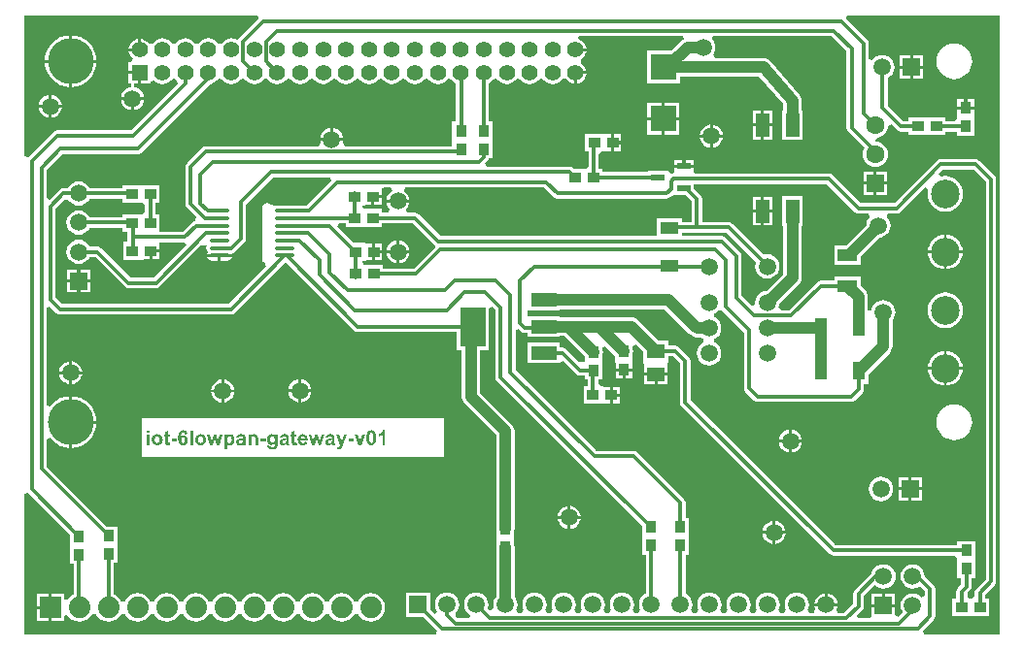
<source format=gtl>
%FSTAX24Y24*%
%MOMM*%
%SFA1B1*%

%IPPOS*%
%ADD10R,2.199996X1.199998*%
%ADD11R,2.199996X3.499993*%
%ADD12R,1.699997X1.099998*%
%ADD13R,0.999998X0.949998*%
%ADD14R,0.949998X0.999998*%
%ADD15R,1.149998X0.599999*%
%ADD16O,1.699997X0.349999*%
%ADD17R,1.599997X1.269997*%
%ADD18R,1.649997X1.099998*%
%ADD19R,1.099998X1.649997*%
%ADD20R,1.199998X1.999996*%
%ADD21R,2.299995X2.299995*%
%ADD22C,0.999998*%
%ADD23C,0.299999*%
%ADD24C,1.879996*%
%ADD25R,1.879996X1.879996*%
%ADD26R,1.399997X1.399997*%
%ADD27C,1.399997*%
%ADD28R,1.499997X1.499997*%
%ADD29C,1.519997*%
%ADD30C,1.499997*%
%ADD31R,1.519997X1.519997*%
%ADD32R,1.499997X1.499997*%
%ADD33C,2.499995*%
%ADD34C,3.999992*%
%ADD35C,1.599997*%
%ADD36R,1.599997X1.599997*%
%ADD37C,0.509999*%
%LNgateway-1*%
%LPD*%
G36*
X218799Y554699D02*
X219299Y552799D01*
X202499Y535999*
X200999Y534599*
X198599Y535099*
X198099Y535199*
X195499Y535599*
X192899Y535199*
X1905Y534199*
X188399Y532599*
X187199Y531199*
X185899Y530899*
X185099*
X183799Y531199*
X182599Y532599*
X180499Y534199*
X178099Y535199*
X175499Y535599*
X172899Y535199*
X170499Y534199*
X168399Y532599*
X167199Y531199*
X165899Y530899*
X1651*
X163799Y531199*
X162599Y532599*
X160499Y534199*
X158099Y535199*
X155499Y535599*
X152899Y535199*
X150499Y534199*
X148399Y532599*
X147199Y531199*
X145899Y530899*
X145099*
X143799Y531199*
X142599Y532599*
X140499Y534199*
X138099Y535199*
X135499Y535599*
X132899Y535199*
X130499Y534199*
X128399Y532599*
X126899Y530699*
X125199Y530499*
X123599Y530699*
X122299Y532299*
X120299Y533799*
X117999Y534799*
X116799Y534999*
Y525499*
X115499*
Y524199*
X105999*
X106199Y522999*
X107199Y5207*
X108699Y518699*
X109599Y517999*
X108499Y514999*
X105999*
Y506799*
X115499*
Y505499*
X116799*
Y495999*
X124999*
Y497799*
X127999Y498799*
X128399Y498399*
X130499Y496799*
X132899Y495799*
X135499Y495399*
X138099Y495799*
X140499Y496799*
X142599Y498399*
X143799Y499799*
X145099Y500099*
X145899*
X147199Y499799*
X148399Y498399*
Y498299*
X148599Y4953*
X108299Y455099*
X043499*
X041699Y454699*
X040299Y453699*
X018299Y431699*
X015199Y432599*
Y555799*
X218099*
X218799Y554699*
G37*
G36*
X267199Y499799D02*
X268399Y498399D01*
X270499Y496799*
X272899Y495799*
X275499Y495399*
X278099Y495799*
X280499Y496799*
X282599Y498399*
X283799Y499799*
X285099Y500099*
X285899*
X287199Y499799*
X288399Y498399*
X290499Y496799*
X292899Y495799*
X295499Y495399*
X298099Y495799*
X300499Y496799*
X302599Y498399*
X303799Y499799*
X305099Y500099*
X305899*
X307199Y499799*
X308399Y498399*
X310499Y496799*
X312899Y495799*
X315499Y495399*
X318099Y495799*
X320499Y496799*
X322599Y498399*
X323799Y499799*
X325099Y500099*
X325899*
X327199Y499799*
X328399Y498399*
X330499Y496799*
X332899Y495799*
X335499Y495399*
X338099Y495799*
X340499Y496799*
X342599Y498399*
X343799Y499799*
X345099Y500099*
X345899*
X347199Y499799*
X348399Y498399*
X350499Y496799*
X352899Y495799*
X355499Y495399*
X358099Y495799*
X360499Y496799*
X362599Y498399*
X363799Y499799*
X365099Y500099*
X365899*
X367199Y499799*
X368399Y498399*
X370499Y496799*
X372899Y495799*
X375499Y495399*
X378099Y495799*
X380499Y496799*
X382599Y498399*
X383799Y499799*
X385099Y500099*
X385899*
X387199Y499799*
X388399Y498399*
X390499Y496799*
X391199Y496499*
Y462799*
X387999*
Y449699*
Y446799*
Y446699*
Y441299*
X294699*
X292699Y444299*
X292799Y444599*
X292999Y445999*
X272999*
X273199Y444599*
X273299Y444299*
X271299Y441299*
X173499*
X171699Y440999*
X170299Y439999*
X156999Y426699*
X155999Y425299*
X155699Y423499*
Y390799*
X155999Y388999*
X156999Y387499*
X165199Y379299*
X163899Y376399*
X162999Y376199*
X161499Y375199*
X152799Y366599*
X135899*
X132999Y366699*
Y369599*
Y382199*
X129599*
Y391999*
X132999*
Y407499*
X119999*
X116999*
X113999*
X100999*
Y404599*
X071999*
X071699Y405299*
X069999Y407499*
X067799Y409199*
X065199Y410299*
X062499Y410599*
X059799Y410299*
X057199Y409199*
X054999Y407499*
X053299Y405299*
X052999Y404599*
X049099*
X047299Y404299*
X045799Y403299*
X037399Y394799*
X034599Y395999*
Y420599*
X048699Y434699*
X114499*
X116299Y434999*
X117699Y435999*
X177399Y495699*
X178099Y495799*
X180499Y496799*
X182599Y498399*
X183799Y499799*
X185099Y500099*
X185899*
X187199Y499799*
X188399Y498399*
X1905Y496799*
X192899Y495799*
X195499Y495399*
X198099Y495799*
X200499Y496799*
X202599Y498399*
X203799Y499799*
X205099Y500099*
X205899*
X207199Y499799*
X208399Y498399*
X210499Y496799*
X212899Y495799*
X215499Y495399*
X218099Y495799*
X220499Y496799*
X222599Y498399*
X223799Y499799*
X225099Y500099*
X225899*
X227199Y499799*
X228399Y498399*
X230499Y496799*
X232899Y495799*
X235499Y495399*
X238099Y495799*
X240499Y496799*
X242599Y498399*
X243799Y499799*
X245099Y500099*
X245899*
X247199Y499799*
X248399Y498399*
X250499Y496799*
X252899Y495799*
X255499Y495399*
X258099Y495799*
X260499Y496799*
X262599Y498399*
X263799Y499799*
X265099Y500099*
X265899*
X267199Y499799*
G37*
G36*
X865499Y015199D02*
X799599D01*
X798899Y016099*
X798199Y018299*
X807699Y027799*
X808699Y029199*
X809099Y030999*
Y054699*
X808699Y056499*
X807699Y057999*
X799799Y065899*
X799499Y068599*
X798399Y071199*
X796699Y073399*
X794499Y075099*
X791999Y076099*
X789299Y076499*
X786499Y076099*
X783999Y075099*
X781799Y073399*
X780099Y071199*
X778999Y068599*
X778699Y065899*
X778999Y063199*
X780099Y060599*
X781799Y058399*
X783999Y056699*
X786499Y055699*
X789299Y055299*
X791999Y055699*
X794499Y056699*
X795399Y057399*
X799899Y052799*
Y048799*
X796899Y047799*
X796699Y047999*
X794499Y049699*
X791999Y050699*
X789299Y051099*
X786499Y050699*
X783999Y049699*
X781799Y047999*
X780099Y045799*
X778999Y043199*
X778699Y040499*
X778999Y037799*
X780099Y035199*
X780799Y034299*
X776899Y030499*
X773899Y031799*
Y032299*
Y039199*
X753799*
Y032299*
Y030499*
X751299Y029299*
X741699*
X740499Y032099*
X745199Y036799*
X746199Y038199*
X746599Y039999*
Y048799*
X756099Y058299*
X756299*
X758499Y056599*
X761099Y055599*
X763899Y055199*
X766599Y055599*
X769199Y056599*
X771399Y058299*
X773099Y060499*
X774199Y063099*
X774599Y065899*
X774199Y068699*
X773099Y071299*
X771399Y073499*
X769199Y075199*
X766599Y0762*
X763899Y076599*
X761099Y0762*
X758499Y075199*
X756299Y073499*
X754599Y071299*
X753599Y068799*
X738799Y053999*
X737799Y052499*
X737399Y050699*
Y041899*
X729599Y034099*
X724599*
X723999Y034699*
X722799Y037099*
X723499Y038599*
X723699Y039999*
X703699*
X703899Y038599*
X704599Y037099*
X703399Y034699*
X702799Y034099*
X699499*
X697899Y037099*
X6985Y038499*
X698899Y041199*
X6985Y043999*
X697499Y046499*
X695799Y048699*
X693599Y050399*
X690999Y051499*
X688299Y051799*
X685599Y051499*
X682999Y050399*
X680799Y048699*
X679099Y046499*
X678099Y043999*
X677699Y041199*
X678099Y038499*
X678699Y037099*
X677099Y034099*
X674099*
X672499Y037099*
X6731Y038499*
X673499Y041199*
X6731Y043999*
X672099Y046499*
X670399Y048699*
X668199Y050399*
X665599Y051499*
X662899Y051799*
X660199Y051499*
X657599Y050399*
X655399Y048699*
X653699Y046499*
X652699Y043999*
X652299Y041199*
X652699Y038499*
X653299Y037099*
X651699Y034099*
X648699*
X647099Y037099*
X6477Y038499*
X648099Y041199*
X6477Y043999*
X646699Y046499*
X644999Y048699*
X642799Y050399*
X640199Y051499*
X637499Y051799*
X634799Y051499*
X632199Y050399*
X629999Y048699*
X628299Y046499*
X627299Y043999*
X626899Y041199*
X627299Y038499*
X627899Y037099*
X626299Y034099*
X623299*
X621699Y037099*
X6223Y038499*
X622699Y041199*
X6223Y043999*
X621299Y046499*
X619599Y048699*
X617399Y050399*
X614799Y051499*
X612099Y051799*
X609399Y051499*
X606799Y050399*
X604599Y048699*
X602899Y046499*
X601899Y043999*
X601499Y041199*
X601899Y038499*
X602499Y037099*
X600899Y034099*
X597899*
X596299Y037099*
X5969Y038499*
X597299Y041199*
X5969Y043999*
X595899Y046499*
X594199Y048699*
X591999Y050399*
X591299Y050699*
Y084799*
X594499*
Y100699*
Y100799*
Y116799*
X591299*
Y129999*
X590999Y131799*
X589999Y133199*
X548999Y174199*
X547499Y175199*
X545799Y175599*
X513699*
X443099Y246199*
Y280699*
X446099Y281899*
X448299Y279799*
X449699Y278799*
X451499Y278399*
X453999*
Y274999*
X481999*
Y275899*
X485699*
X503499Y258099*
Y253799*
X502799Y252999*
X498899Y252799*
X487499Y264199*
X485999Y265199*
X484199Y265599*
X481999*
Y269999*
X453999*
Y251999*
X481999*
Y252499*
X484999Y253799*
X496299Y242499*
X497699Y241499*
X499499Y241199*
X503499*
Y237699*
X506199*
Y231999*
X502799*
Y216499*
X516399*
X518799*
X521599Y216999*
X525499*
Y224199*
Y231499*
X521599*
X518799Y231999*
X517499*
X515299Y234099*
Y237699*
X518999*
Y253799*
Y256699*
Y259599*
Y259699*
X519299Y261699*
X518999Y263799*
Y263899*
Y265699*
X521799Y266799*
X529999Y258599*
Y254199*
X530499Y251399*
Y247499*
X544999*
Y251399*
X545499Y254199*
Y256599*
Y260099*
Y260199*
X545799Y262299*
X545499Y264299*
Y264399*
Y266999*
X548499Y268199*
X554499Y262199*
Y254*
Y253299*
X554999Y250499*
Y243599*
X575999*
Y250499*
X576499Y253299*
Y254*
Y258099*
X580699*
X586399Y252299*
Y217999*
X586799Y216199*
X587799Y214799*
X716999Y085499*
X718499Y084499*
X720299Y084199*
X826199*
X828299Y081999*
Y080699*
Y077799*
Y064699*
X831499*
Y058999*
X828499Y055999*
X827499Y054499*
X827199Y052799*
Y046499*
X823799*
Y030999*
X836799*
X839699*
X842799*
X855699*
Y046499*
X852299*
Y049799*
X860699Y058299*
X861699Y059699*
X862099Y061499*
Y412199*
X861699Y413999*
X860699Y415499*
X847499Y428699*
X845999Y429699*
X844299Y430099*
X813799*
X811999Y429699*
X810499Y428699*
X773299Y391599*
X744199*
X719699Y415999*
X718299Y416999*
X716499Y417299*
X600899*
X598299Y418199*
Y420299*
Y422499*
X581699*
Y419999*
X581199Y418599*
X578799Y417699*
X576199Y419499*
Y420299*
X5588*
Y418799*
X519199*
Y421699*
X515799*
Y434599*
X517999Y436699*
X519699*
X522599Y437199*
X526499*
Y4445*
Y451799*
X522599*
X519699Y452199*
X517399*
X503799*
Y436699*
X506699*
Y423899*
X504499Y421699*
X503299*
Y421799*
X503199Y421699*
X493999*
X493699Y421999*
X492299Y422999*
X490499Y423299*
X417799*
X416599Y426299*
X418499Y428299*
X419499Y429699*
X419699Y430799*
X422999*
Y446699*
Y446799*
Y462799*
X419799*
Y496499*
X420499Y496799*
X422599Y498399*
X423799Y499799*
X425099Y500099*
X425899*
X427199Y499799*
X428399Y498399*
X430499Y496799*
X432899Y495799*
X435499Y495399*
X438099Y495799*
X440499Y496799*
X442599Y498399*
X443799Y499799*
X445099Y500099*
X445899*
X447199Y499799*
X448399Y498399*
X450499Y496799*
X452899Y495799*
X455499Y495399*
X458099Y495799*
X460499Y496799*
X462599Y498399*
X463799Y499799*
X465099Y500099*
X465899*
X467199Y499799*
X468399Y498399*
X470499Y496799*
X472899Y495799*
X475499Y495399*
X478099Y495799*
X480499Y496799*
X4826Y498399*
X484099Y500299*
X485799Y500499*
X487399Y500299*
X488699Y498699*
X490699Y497199*
X492999Y496199*
X494199Y495999*
Y505499*
X495499*
Y506799*
X504999*
X504799Y508*
X503799Y510299*
X502299Y512299*
X500299Y513799*
X500199Y513899*
Y517099*
X500299Y517199*
X502299Y518699*
X503799Y5207*
X504799Y522999*
X504999Y524199*
X495499*
Y526799*
X504999*
X504799Y527999*
X503799Y530299*
X502299Y532299*
X500299Y533799*
X497999Y534799*
X498599Y537699*
X589399*
X589999Y534699*
X588999Y534199*
X587299Y532999*
X579099Y524699*
X557499*
Y495799*
X586499*
Y502199*
X655599*
X676399Y477999*
Y472799*
X675399*
Y446799*
X693399*
Y472799*
X692599*
Y480999*
X692499Y481799*
X692399Y482499*
X692299Y482799*
Y483099*
X691999Y483799*
X691799Y484499*
X691599Y484799*
X691499Y484999*
X690999Y485599*
X690599Y486299*
X665399Y515499*
X665099Y515699*
X664999Y515999*
X664399Y516399*
X663799Y516899*
X663499Y517099*
X663299Y517199*
X662599Y517499*
X661899Y517899*
X661599*
X661299Y517999*
X660599Y518099*
X659799Y518299*
X659499*
X659299*
X616899*
X615399Y521299*
X615899Y521999*
X616999Y524499*
X617299Y527199*
X616999Y529999*
X615899Y532499*
X614299Y534699*
Y534999*
X615399Y537699*
X718799*
X731699Y524799*
Y4572*
X731999Y455499*
X732999Y453999*
X747099Y439899*
X745999Y437199*
X745699Y434399*
X745999Y431499*
X747099Y428799*
X748899Y426499*
X751199Y424699*
X753899Y423599*
X756799Y423299*
X759599Y423599*
X762299Y424699*
X764599Y426499*
X766399Y428799*
X767499Y431499*
X767799Y434399*
X767499Y437199*
X766399Y439899*
X764599Y442199*
X762299Y443999*
X759599Y445099*
X757099Y445399*
X756699Y445799*
Y446299*
Y446399*
X758199Y448899*
X759599Y448999*
X762299Y450099*
X764599Y451899*
X766399Y454199*
X767499Y456899*
X767699Y458999*
X769599Y459999*
X770799Y460199*
X775499Y455499*
X776999Y454499*
X778799Y454199*
X785699*
Y450999*
X798799*
X801799*
X804699*
X817799*
Y454199*
X827799*
Y450799*
X843199*
Y464399*
X843299Y466699*
X842799Y469599*
Y473499*
X828199*
Y469599*
X827799Y466699*
Y465499*
X825599Y463299*
X817799*
Y466499*
X804699*
X801799*
X798799*
X785699*
Y463299*
X780699*
X767399Y476599*
Y500699*
X768199Y500999*
X770399Y502699*
X772099Y504899*
X773099Y507499*
X773499Y510299*
X773099Y512999*
X772099Y515599*
X770399Y517799*
X768199Y519499*
X765599Y520599*
X762799Y520999*
X759999Y520599*
X757399Y519499*
X755199Y517799*
X754099Y516299*
X751099Y517199*
Y530999*
X750699Y532799*
X749699Y534199*
X731199Y552799*
X731699Y554699*
X732399Y555799*
X865499*
Y015199*
G37*
G36*
X476299Y396999D02*
X477699Y395999D01*
X479499Y395699*
X574999*
X576799Y395999*
X578199Y396999*
X578699Y397499*
X581199Y398799*
X581299*
X591499*
X596699Y393599*
Y375099*
X588499*
Y378799*
X565999*
Y362799*
X378199*
X358999Y381999*
X357499Y382999*
X355799Y383299*
X348899*
X347899Y386299*
X349499Y388399*
X350499Y390899*
X350699Y392199*
X330799*
X330999Y390899*
X331999Y388399*
X333599Y386299*
X332599Y383299*
X326999*
Y386499*
X313999*
X310999*
X309699Y389499*
X310999*
X313799Y389999*
X317699*
Y397199*
X318999*
Y398499*
X326499*
Y402199*
Y404499*
X329299Y405199*
X334399*
X335599Y402499*
X335499Y402199*
X333599Y400699*
X331999Y398599*
X330999Y396099*
X330799Y394799*
X350699*
X350499Y396099*
X349499Y398599*
X347899Y400699*
X345999Y402199*
X345899Y402499*
X347099Y405199*
X468099*
X476299Y396999*
G37*
G36*
X852899Y410299D02*
Y063399D01*
X844499Y054999*
X843499Y053499*
X843199Y051799*
Y048599*
X840999Y046499*
X838499*
X836899Y048099*
Y051399*
X839299Y053899*
X840299Y055299*
X840699Y057099*
Y064699*
X843899*
Y077799*
Y080699*
Y083799*
Y096799*
X828299*
Y093299*
X722199*
X595599Y219899*
Y254199*
X595199Y255999*
X594199Y257499*
X585799Y265899*
X584299Y266899*
X582599Y267199*
X576499*
Y271999*
X567599*
X549899Y289699*
X548199Y290999*
X546199Y291799*
X544199Y2921*
X481999*
Y292999*
X453999*
X453399Y293599*
Y297399*
X453999Y297999*
X454799*
X481999*
Y298899*
X573399*
X594399Y277899*
X596099Y276599*
X597499Y275999*
X598199Y275499*
X600199Y274699*
X602199Y274399*
X604999*
X606399Y273299*
X606899Y273099*
Y269899*
X606399Y269699*
X604199Y267999*
X602499Y265799*
X601499Y263199*
X601099Y260499*
X601499Y257799*
X602499Y255199*
X604199Y252999*
X606399Y251299*
X608999Y250299*
X611699Y249899*
X614399Y250299*
X616999Y251299*
X619199Y252999*
X620899Y255199*
X621899Y257799*
X6223Y260499*
X621899Y263199*
X620899Y265799*
X619199Y267999*
X616999Y269699*
X616499Y269899*
Y273099*
X616999Y273299*
X619199Y274999*
X620899Y277199*
X621899Y279799*
X6223Y282499*
X621899Y285199*
X620899Y287799*
X619199Y289999*
X616999Y291699*
X616499Y291899*
Y295099*
X616999Y295299*
X619199Y296999*
X619699Y297599*
X621899Y297899*
X623299Y297699*
X642199Y278799*
Y230499*
X642499Y228699*
X643499Y227299*
X651299Y219499*
X652699Y218499*
X654499Y218199*
X735499*
X737299Y218499*
X738699Y219499*
X745499Y226299*
X746499Y227699*
X746799Y229499*
Y233999*
X750699*
Y242299*
X769499Y260999*
X770699Y262699*
X771499Y264699*
X771799Y2667*
Y289799*
X772899Y291199*
X773999Y293799*
X774299Y296499*
X773999Y299199*
X772899Y301799*
X771199Y303999*
X768999Y305699*
X766499Y306699*
X763799Y307099*
X760999Y306699*
X758499Y305699*
X756299Y303999*
X754599Y301799*
X753499Y299199*
X753299Y297699*
X750299Y297899*
Y309799*
X749999Y311799*
X749199Y313799*
X747999Y315499*
X743999Y319399*
Y327999*
X720999*
Y324099*
X708999*
X707199Y323699*
X705799Y322699*
X681099Y298099*
X674499*
X672499Y301099*
X672699Y301799*
X672999Y303599*
X690099Y320699*
X691399Y322399*
X692199Y324299*
X692499Y326399*
Y371699*
X693399*
Y397699*
X675399*
Y371699*
X676299*
Y329699*
X661599Y314999*
X659799Y314699*
X657199Y313699*
X654999Y311999*
X653299Y309799*
X652299Y307199*
X651899Y304499*
X652099Y303399*
X649199Y301999*
X640099Y311199*
Y345499*
X639699Y347299*
X638699Y348699*
X625999Y361499*
X624499Y362499*
X622799Y362799*
X588499*
Y365899*
X627299*
X652799Y340499*
X652299Y339199*
X651899Y336499*
X652299Y333799*
X653299Y331199*
X654999Y328999*
X657199Y327299*
X659799Y326299*
X662499Y325899*
X665199Y326299*
X667799Y327299*
X669999Y328999*
X671699Y331199*
X672699Y333799*
X6731Y336499*
X672699Y339199*
X671699Y341799*
X669999Y343999*
X667799Y345699*
X665199Y346699*
X662499Y347099*
X659799Y346699*
X659599*
X632499Y373699*
X630999Y374699*
X629199Y375099*
X605799*
Y395499*
X605499Y397299*
X604499Y398699*
X598799Y404499*
Y408199*
X714599*
X738999Y383799*
X740499Y382799*
X742199Y382399*
X750899*
X751899Y379799*
X751999Y379399*
X750299Y377299*
X7493Y374699*
X748999Y372899*
X731099Y354999*
X720999*
Y337999*
X743999*
Y345099*
X760399Y361499*
X762199Y361799*
X764799Y362799*
X766999Y364499*
X768699Y366699*
X769699Y369299*
X770099Y371999*
X769699Y374699*
X768699Y377299*
X766999Y379399*
X767099Y379799*
X768099Y382399*
X775299*
X776999Y382799*
X778499Y383799*
X8001Y405399*
X802799Y403799*
X802499Y402799*
X802199Y399799*
X802499Y396799*
X803399Y393799*
X804799Y391099*
X806699Y388799*
X809099Y386799*
X811799Y385399*
X814699Y384499*
X817799Y384199*
X820799Y384499*
X823699Y385399*
X826399Y386799*
X828799Y388799*
X830699Y391099*
X832099Y393799*
X832999Y396799*
X833299Y399799*
X832999Y402799*
X832099Y405799*
X830699Y408499*
X828799Y410799*
X826399Y412799*
X823699Y414199*
X820799Y415099*
X817799Y415399*
X814699Y415099*
X813799Y414799*
X812199Y417399*
X815699Y420899*
X842299*
X852899Y410299*
G37*
G36*
X282699Y411199D02*
X261099Y389599D01*
X250299*
X248999Y389799*
X235499*
X233599Y389499*
X229999Y390199*
X228499Y391199*
X226699Y391599*
X224999Y391199*
X223499Y390199*
X222499Y388799*
X222199Y386999*
Y343299*
X222499Y341499*
X223499Y339999*
X224699Y339199*
X225099Y338599*
X225599Y335799*
X193299Y303599*
X048199*
X042299Y309399*
Y386799*
X050299Y394799*
X051499*
X053499Y394499*
X054999Y392599*
X057199Y390899*
X059799Y389799*
X062499Y389499*
X065199Y389799*
X067799Y390899*
X069999Y392599*
X071699Y394799*
X071999Y395499*
X100999*
Y391999*
X113999*
X118299*
X120399Y389899*
Y384399*
X118299Y382199*
X116999*
X113999*
X100999*
Y379199*
X071999*
X071699Y379899*
X069999Y382099*
X067799Y383799*
X065199Y384899*
X062499Y385199*
X059799Y384899*
X057199Y383799*
X054999Y382099*
X053299Y379899*
X052299Y377399*
X051899Y374699*
X052299Y371899*
X053299Y369399*
X054999Y367199*
X057199Y365499*
X059799Y364399*
X062499Y364099*
X065199Y364399*
X067799Y365499*
X069999Y367199*
X071699Y369399*
X071999Y370099*
X100999*
Y366699*
X105199*
Y357799*
X101499*
Y342199*
X115199*
X117499*
X120299Y342699*
X124199*
Y349999*
X125499*
Y351299*
X132999*
Y357299*
X135999Y357399*
X154699*
X154799Y357299*
X156099Y354599*
X128099Y326599*
X107899*
X081999Y352499*
X080499Y353499*
X078799Y353799*
X071999*
X071699Y354499*
X069999Y356699*
X067799Y358399*
X065199Y359499*
X062499Y359799*
X059799Y359499*
X057199Y358399*
X054999Y356699*
X053299Y354499*
X052299Y351999*
X051899Y349199*
X052299Y346499*
X053299Y343999*
X054999Y341799*
X057199Y340099*
X059799Y338999*
X062499Y338699*
X065199Y338999*
X067799Y340099*
X069999Y341799*
X071699Y343999*
X071999Y344699*
X076799*
X102799Y318799*
X104199Y317799*
X105999Y317399*
X129999*
X131799Y317799*
X133199Y318799*
X169599Y355099*
X173399Y354999*
X173999Y354399*
X173699Y352499*
X173999Y350599*
X175099Y349099*
Y348699*
X174499Y347699*
X174399Y347299*
X196099*
X195999Y347699*
X196199Y347999*
X197499Y348299*
X198999Y349299*
X206999Y357299*
X207999Y358699*
X208299Y360499*
Y390599*
X231899Y414199*
X281399*
X282699Y411199*
G37*
G36*
X372999Y354999D02*
X373199Y353399D01*
X354299Y334599*
X327799*
Y337799*
X311699*
X310999*
X309699Y340799*
X310499Y341499*
X311499*
X314299Y341999*
X318199*
Y349199*
Y356499*
X314299*
X311499Y356999*
X309199*
X302199*
X288099Y371099*
X289199Y373899*
X294999*
Y370999*
X310999*
X326999*
Y374199*
X353799*
X372999Y354999*
G37*
G36*
X302499Y280799D02*
X303999Y279799D01*
X305799Y2794*
X391999*
Y263499*
X396399*
Y222499*
X396699Y220399*
X397499Y218499*
X398799Y216799*
X426199Y189399*
Y107699*
X426499Y105699*
Y105599*
Y102699*
Y099799*
Y099699*
Y093899*
Y093799*
X426199Y091799*
Y047899*
X425099Y046499*
X424099Y043999*
X423699Y041199*
X424099Y038499*
X421799Y036099*
X420999Y035999*
X418999Y038199*
X4191Y038499*
X419499Y041199*
X4191Y043999*
X418099Y046499*
X416399Y048699*
X414199Y050399*
X411599Y051499*
X408899Y051799*
X406199Y051499*
X403599Y050399*
X401399Y048699*
X399699Y046499*
X398699Y043999*
X398299Y041199*
X398699Y038499*
X399699Y035999*
X401399Y033799*
X403299Y032299*
Y031399*
X402499Y029299*
X392999*
X390899Y031499*
X390999Y033799*
X392699Y035999*
X3937Y038499*
X394099Y041199*
X3937Y043999*
X392699Y046499*
X390999Y048699*
X388799Y050399*
X386199Y051499*
X383499Y051799*
X380799Y051499*
X378199Y050399*
X375999Y048699*
X374299Y046499*
X373299Y043999*
X372899Y041199*
X373299Y038499*
X374299Y035999*
X374999Y035099*
X372699Y033099*
X368599Y037199*
Y051799*
X347599*
Y030799*
X362099*
X374599Y018299*
X373999Y016099*
X373199Y015199*
X015199*
Y138099*
X018299Y138999*
X054999Y102299*
Y092999*
Y089999*
Y076999*
X058199*
Y050099*
X056799Y049599*
X054199Y047599*
X052599Y045499*
X050699Y045699*
X049599Y046299*
Y050699*
X038899*
Y038799*
Y026799*
X049599*
Y031199*
X050699Y031799*
X052599Y031999*
X054199Y029899*
X056799Y027899*
X059799Y026699*
X062999Y026199*
X066299Y026699*
X069299Y027899*
X071899Y029899*
X073899Y032499*
X074099Y033099*
X077399*
X077599Y032499*
X079599Y029899*
X082199Y027899*
X085199Y026699*
X088499Y026199*
X091699Y026699*
X094699Y027899*
X097299Y029899*
X099299Y032499*
X099499Y033099*
X102799*
X102999Y032499*
X104999Y029899*
X107599Y027899*
X110599Y026699*
X113899Y026199*
X117099Y026699*
X120099Y027899*
X122699Y029899*
X124699Y032499*
X124899Y033099*
X128199*
X128399Y032499*
X130399Y029899*
X132999Y027899*
X135999Y026699*
X139299Y026199*
X142499Y026699*
X145499Y027899*
X148099Y029899*
X150099Y032499*
X150299Y033099*
X153599*
X153799Y032499*
X155799Y029899*
X158399Y027899*
X161399Y026699*
X164699Y026199*
X167899Y026699*
X170899Y027899*
X173499Y029899*
X175499Y032499*
X175699Y033099*
X178999*
X179199Y032499*
X181199Y029899*
X183799Y027899*
X186799Y026699*
X189999Y026199*
X193299Y026699*
X196299Y027899*
X198899Y029899*
X200899Y032499*
X201099Y033099*
X204399*
X204599Y032499*
X206599Y029899*
X209199Y027899*
X212199Y026699*
X215499Y026199*
X218699Y026699*
X221699Y027899*
X224299Y029899*
X226299Y032499*
X226499Y033099*
X229799*
X229999Y032499*
X231999Y029899*
X234599Y027899*
X237599Y026699*
X240799Y026199*
X244099Y026699*
X247099Y027899*
X249699Y029899*
X251699Y032499*
X251899Y033099*
X255199*
X255399Y032499*
X257399Y029899*
X259999Y027899*
X262999Y026699*
X266199Y026199*
X269499Y026699*
X272499Y027899*
X275099Y029899*
X277099Y032499*
X277299Y033099*
X280599*
X280799Y032499*
X282799Y029899*
X285399Y027899*
X288399Y026699*
X291699Y026199*
X294899Y026699*
X297899Y027899*
X300499Y029899*
X302499Y032499*
X302699Y033099*
X305999*
X306199Y032499*
X308199Y029899*
X310799Y027899*
X313799Y026699*
X316999Y026199*
X320299Y026699*
X323299Y027899*
X325899Y029899*
X327899Y032499*
X329099Y035499*
X329599Y038799*
X329099Y041999*
X327899Y044999*
X325899Y047599*
X323299Y049599*
X320299Y0508*
X316999Y051299*
X313799Y0508*
X310799Y049599*
X308199Y047599*
X306199Y044999*
X305999Y044399*
X302699*
X302499Y044999*
X300499Y047599*
X297899Y049599*
X294899Y0508*
X291699Y051299*
X288399Y0508*
X285399Y049599*
X282799Y047599*
X280799Y044999*
X280599Y044399*
X277299*
X277099Y044999*
X275099Y047599*
X272499Y049599*
X269499Y0508*
X266199Y051299*
X262999Y0508*
X259999Y049599*
X257399Y047599*
X255399Y044999*
X255199Y044399*
X251899*
X251699Y044999*
X249699Y047599*
X247099Y049599*
X244099Y0508*
X240799Y051299*
X237599Y0508*
X234599Y049599*
X231999Y047599*
X229999Y044999*
X229799Y044399*
X226499*
X226299Y044999*
X224299Y047599*
X221699Y049599*
X218699Y0508*
X215499Y051299*
X212199Y0508*
X209199Y049599*
X206599Y047599*
X204599Y044999*
X204399Y044399*
X201099*
X200899Y044999*
X198899Y047599*
X196299Y049599*
X193299Y0508*
X189999Y051299*
X186799Y0508*
X183799Y049599*
X181199Y047599*
X179199Y044999*
X178999Y044399*
X175699*
X175499Y044999*
X173499Y047599*
X170899Y049599*
X167899Y0508*
X164699Y051299*
X161399Y0508*
X158399Y049599*
X155799Y047599*
X153799Y044999*
X153599Y044399*
X150299*
X150099Y044999*
X148099Y047599*
X145499Y049599*
X142499Y0508*
X139299Y051299*
X135999Y0508*
X132999Y049599*
X130399Y047599*
X128399Y044999*
X128199Y044399*
X124899*
X124699Y044999*
X122699Y047599*
X120099Y049599*
X117099Y0508*
X113899Y051299*
X110599Y0508*
X107599Y049599*
X104999Y047599*
X102999Y044999*
X102799Y044399*
X099499*
X099299Y044999*
X097299Y047599*
X094699Y049599*
X093099Y050199*
Y077499*
X096199*
Y090499*
Y093499*
Y096499*
Y109499*
X086999*
X034599Y161899*
Y185699*
X037599Y186799*
X039499Y184499*
X042899Y181699*
X046799Y179599*
X051099Y178299*
X054199Y177999*
Y200499*
Y222999*
X051099Y222699*
X046799Y221399*
X042899Y219299*
X039499Y216499*
X037599Y214199*
X034599Y215299*
Y300299*
X037399Y301399*
X042999Y295799*
X044499Y294799*
X046199Y294399*
X195199*
X196999Y294799*
X198499Y295799*
X242999Y340299*
X302499Y280799*
G37*
G36*
X425399Y298599D02*
Y239999D01*
X425799Y238199*
X426799Y236799*
X553499Y109999*
Y100799*
Y100699*
Y084799*
X556699*
Y050699*
X555999Y050399*
X553799Y048699*
X552099Y046499*
X551099Y043999*
X550699Y041199*
X551099Y038499*
X551699Y037099*
X550099Y034099*
X547099*
X545499Y037099*
X5461Y038499*
X546499Y041199*
X5461Y043999*
X545099Y046499*
X543399Y048699*
X541199Y050399*
X538599Y051499*
X535899Y051799*
X533199Y051499*
X530599Y050399*
X528399Y048699*
X526699Y046499*
X525699Y043999*
X525299Y041199*
X525699Y038499*
X526299Y037099*
X524699Y034099*
X521699*
X520099Y037099*
X5207Y038499*
X521099Y041199*
X5207Y043999*
X519699Y046499*
X517999Y048699*
X515799Y050399*
X513199Y051499*
X510499Y051799*
X507799Y051499*
X505199Y050399*
X502999Y048699*
X501299Y046499*
X500299Y043999*
X499899Y041199*
X500299Y038499*
X500899Y037099*
X499299Y034099*
X496299*
X494699Y037099*
X4953Y038499*
X495699Y041199*
X4953Y043999*
X494299Y046499*
X492599Y048699*
X490399Y050399*
X487799Y051499*
X485099Y051799*
X482399Y051499*
X479799Y050399*
X477599Y048699*
X475899Y046499*
X474899Y043999*
X474499Y041199*
X474899Y038499*
X475499Y037099*
X473899Y034099*
X470899*
X469299Y037099*
X4699Y038499*
X470299Y041199*
X4699Y043999*
X468899Y046499*
X467199Y048699*
X464999Y050399*
X462399Y051499*
X459699Y051799*
X456999Y051499*
X454399Y050399*
X452199Y048699*
X450499Y046499*
X449499Y043999*
X449099Y041199*
X449499Y038499*
X450099Y037099*
X448499Y034099*
X445499*
X443899Y037099*
X4445Y038499*
X444899Y041199*
X4445Y043999*
X443499Y046499*
X442299Y047999*
Y091799*
X441999Y093799*
Y093899*
Y096799*
Y099699*
Y099799*
Y105599*
Y105699*
X442299Y107699*
Y192699*
X441999Y194799*
X441199Y196799*
X439999Y198499*
X412599Y225799*
Y263499*
X419999*
Y300099*
X422799Y301199*
X425399Y298599*
G37*
%LNgateway-2*%
%LPC*%
G36*
X114199Y534999D02*
X112999Y534799D01*
X110699Y533799*
X108699Y532299*
X107199Y530299*
X106199Y527999*
X105999Y526799*
X114199*
Y534999*
G37*
G36*
X056799Y537999D02*
Y516799D01*
X077999*
X077699Y519899*
X076399Y524199*
X074299Y528099*
X071499Y531499*
X068099Y534299*
X064199Y536399*
X059899Y537699*
X056799Y537999*
G37*
G36*
X054199D02*
X051099Y537699D01*
X046799Y536399*
X042899Y534299*
X039499Y531499*
X036699Y528099*
X034599Y524199*
X033299Y519899*
X032999Y516799*
X054199*
Y537999*
G37*
G36*
X077999Y514199D02*
X056799D01*
Y492999*
X059899Y493299*
X064199Y494599*
X068099Y496699*
X071499Y499499*
X074299Y502899*
X076399Y506799*
X077699Y511099*
X077999Y514199*
G37*
G36*
X054199D02*
X032999D01*
X033299Y511099*
X034599Y506799*
X036699Y502899*
X039499Y499499*
X042899Y496699*
X046799Y494599*
X051099Y493299*
X054199Y492999*
Y514199*
G37*
G36*
X114199Y504199D02*
X105999D01*
Y495999*
X107999*
X108199Y492999*
X107899Y492899*
X106899Y492799*
X104399Y491799*
X102299Y490199*
X100699Y488099*
X099699Y485599*
X099499Y484299*
X119499*
X119299Y485599*
X118299Y488099*
X116699Y490199*
X114599Y491799*
X112099Y492799*
X111099Y492899*
X110799Y492999*
X110999Y495999*
X114199*
Y504199*
G37*
G36*
X038999Y486199D02*
Y477499D01*
X047699*
X047499Y478899*
X046499Y481299*
X044899Y483399*
X042799Y484999*
X040399Y485999*
X038999Y486199*
G37*
G36*
X036499D02*
X035099Y485999D01*
X032699Y484999*
X030599Y483399*
X028999Y481299*
X027999Y478899*
X027799Y477499*
X036499*
Y486199*
G37*
G36*
X119499Y481699D02*
X110799D01*
Y472999*
X112099Y473199*
X114599Y474199*
X116699Y475799*
X118299Y477899*
X119299Y480399*
X119499Y481699*
G37*
G36*
X108199D02*
X099499D01*
X099699Y480399*
X100699Y477899*
X102299Y475799*
X104399Y474199*
X106899Y473199*
X108199Y472999*
Y481699*
G37*
G36*
X047699Y474999D02*
X038999D01*
Y466299*
X040399Y466499*
X042799Y467499*
X044899Y469099*
X046499Y471199*
X047499Y473599*
X047699Y474999*
G37*
G36*
X036499D02*
X027799D01*
X027999Y473599*
X028999Y471199*
X030599Y469099*
X032699Y467499*
X035099Y466499*
X036499Y466299*
Y474999*
G37*
G36*
X284299Y4572D02*
Y448499D01*
X292999*
X292799Y449899*
X291799Y452299*
X290199Y454399*
X288099Y455999*
X285599Y456999*
X284299Y4572*
G37*
G36*
X281699D02*
X280399Y456999D01*
X277899Y455999*
X275799Y454399*
X274199Y452299*
X273199Y449899*
X272999Y448499*
X281699*
Y4572*
G37*
G36*
X798399Y520399D02*
X789499D01*
Y511499*
X798399*
Y520399*
G37*
G36*
X786899D02*
X777999D01*
Y511499*
X786899*
Y520399*
G37*
G36*
X798399Y508999D02*
X789499D01*
Y500099*
X798399*
Y508999*
G37*
G36*
X786899D02*
X777999D01*
Y500099*
X786899*
Y508999*
G37*
G36*
X8255Y531099D02*
X822499Y530799D01*
X819499Y529899*
X816799Y528499*
X814499Y526499*
X812499Y524199*
X811099Y521499*
X810199Y518499*
X809899Y515499*
X810199Y512499*
X811099Y509499*
X812499Y506799*
X814499Y504499*
X816799Y502499*
X819499Y501099*
X822499Y500199*
X8255Y499899*
X828499Y500199*
X831499Y501099*
X834199Y502499*
X836499Y504499*
X838499Y506799*
X839899Y509499*
X840799Y512499*
X841099Y515499*
X840799Y518499*
X839899Y521499*
X838499Y524199*
X836499Y526499*
X834199Y528499*
X831499Y529899*
X828499Y530799*
X8255Y531099*
G37*
G36*
X504999Y504199D02*
X496799D01*
Y495999*
X497999Y496199*
X500299Y497199*
X502299Y498699*
X503799Y500699*
X504799Y502999*
X504999Y504199*
G37*
G36*
X842799Y482299D02*
X836799D01*
Y475999*
X842799*
Y482299*
G37*
G36*
X834199D02*
X828199D01*
Y475999*
X834199*
Y482299*
G37*
G36*
X585999Y479299D02*
X573299D01*
Y466499*
X585999*
Y479299*
G37*
G36*
X570699D02*
X557999D01*
Y466499*
X570699*
Y479299*
G37*
G36*
X666799Y472299D02*
X659599D01*
Y460999*
X666799*
Y472299*
G37*
G36*
X656999D02*
X649799D01*
Y460999*
X656999*
Y472299*
G37*
G36*
X614999Y460199D02*
Y451499D01*
X623699*
X623499Y452899*
X622499Y455299*
X620899Y457399*
X618799Y458999*
X616399Y459999*
X614999Y460199*
G37*
G36*
X612499D02*
X611099Y459999D01*
X608699Y458999*
X606599Y457399*
X604999Y455299*
X603999Y452899*
X603799Y451499*
X612499*
Y460199*
G37*
G36*
X585999Y463999D02*
X573299D01*
Y451199*
X585999*
Y463999*
G37*
G36*
X570699D02*
X557999D01*
Y451199*
X570699*
Y463999*
G37*
G36*
X666799Y458499D02*
X659599D01*
Y447199*
X666799*
Y458499*
G37*
G36*
X656999D02*
X649799D01*
Y447199*
X656999*
Y458499*
G37*
G36*
X528999Y451799D02*
Y445799D01*
X535299*
Y451799*
X528999*
G37*
G36*
X623699Y448999D02*
X614999D01*
Y440299*
X616399Y440499*
X618799Y441499*
X620899Y443099*
X622499Y445199*
X623499Y447599*
X623699Y448999*
G37*
G36*
X612499D02*
X603799D01*
X603999Y447599*
X604999Y445199*
X606599Y443099*
X608699Y441499*
X611099Y440499*
X612499Y440299*
Y448999*
G37*
G36*
X535299Y443199D02*
X528999D01*
Y437199*
X535299*
Y443199*
G37*
G36*
X598299Y429299D02*
X591299D01*
Y424999*
X598299*
Y429299*
G37*
G36*
X588699D02*
X581699D01*
Y424999*
X588699*
Y429299*
G37*
G36*
X767299Y419499D02*
X757999D01*
Y410199*
X767299*
Y419499*
G37*
G36*
X755499D02*
X746199D01*
Y410199*
X755499*
Y419499*
G37*
G36*
X767299Y407699D02*
X757999D01*
Y398399*
X767299*
Y407699*
G37*
G36*
X755499D02*
X746199D01*
Y398399*
X755499*
Y407699*
G37*
G36*
X544999Y244999D02*
X538999D01*
Y238699*
X544999*
Y244999*
G37*
G36*
X536499D02*
X530499D01*
Y238699*
X536499*
Y244999*
G37*
G36*
X575999Y241099D02*
X566799D01*
Y233399*
X575999*
Y241099*
G37*
G36*
X564199D02*
X554999D01*
Y233399*
X564199*
Y241099*
G37*
G36*
X527999Y231499D02*
Y225499D01*
X534299*
Y231499*
X527999*
G37*
G36*
X534299Y222999D02*
X527999D01*
Y216999*
X534299*
Y222999*
G37*
G36*
X669799Y114199D02*
Y105499D01*
X678499*
X678299Y106899*
X677299Y109299*
X675699Y111399*
X673599Y112999*
X671099Y113999*
X669799Y114199*
G37*
G36*
X667199D02*
X665899Y113999D01*
X663399Y112999*
X661299Y111399*
X659699Y109299*
X658699Y106899*
X658499Y105499*
X667199*
Y114199*
G37*
G36*
X678499Y102999D02*
X669799D01*
Y094299*
X671099Y094499*
X673599Y095499*
X675699Y097099*
X677299Y099199*
X678299Y1016*
X678499Y102999*
G37*
G36*
X667199D02*
X658499D01*
X658699Y1016*
X659699Y099199*
X661299Y097099*
X663399Y095499*
X665899Y094499*
X667199Y094299*
Y102999*
G37*
G36*
X714999Y051199D02*
Y042499D01*
X723699*
X723499Y043899*
X722499Y046299*
X720899Y048399*
X718799Y049999*
X716299Y050999*
X714999Y051199*
G37*
G36*
X712399D02*
X711099Y050999D01*
X708599Y049999*
X706499Y048399*
X704899Y046299*
X703899Y043899*
X703699Y042499*
X712399*
Y051199*
G37*
G36*
X773899Y050499D02*
X765099D01*
Y041799*
X773899*
Y050499*
G37*
G36*
X762599D02*
X753799D01*
Y041799*
X762599*
Y050499*
G37*
G36*
X326499Y395999D02*
X320299D01*
Y389999*
X326499*
Y395999*
G37*
G36*
X666799Y397299D02*
X659599D01*
Y385999*
X666799*
Y397299*
G37*
G36*
X656999D02*
X649799D01*
Y385999*
X656999*
Y397299*
G37*
G36*
X666799Y383499D02*
X659599D01*
Y372199*
X666799*
Y383499*
G37*
G36*
X656999D02*
X649799D01*
Y372199*
X656999*
Y383499*
G37*
G36*
X818999Y363999D02*
Y350299D01*
X832699*
X832599Y351899*
X831699Y354799*
X830299Y357399*
X828399Y359699*
X826099Y361599*
X823499Y362999*
X820699Y363799*
X818999Y363999*
G37*
G36*
X816499D02*
X814799Y363799D01*
X811999Y362999*
X809399Y361599*
X807099Y359699*
X805199Y357399*
X803799Y354799*
X802899Y351899*
X802799Y350299*
X816499*
Y363999*
G37*
G36*
X832699Y347699D02*
X818999D01*
Y333999*
X820699Y334199*
X823499Y334999*
X826099Y336399*
X828399Y338299*
X830299Y340599*
X831699Y343199*
X832599Y346099*
X832699Y347699*
G37*
G36*
X816499D02*
X802799D01*
X802899Y346099*
X803799Y343199*
X805199Y340599*
X807099Y338299*
X809399Y336399*
X811999Y334999*
X814799Y334199*
X816499Y333999*
Y347699*
G37*
G36*
X817799Y313799D02*
X814699Y313499D01*
X811799Y312599*
X809099Y311199*
X806699Y309299*
X804799Y306899*
X803399Y304199*
X802499Y301299*
X802199Y298299*
X802499Y295199*
X803399Y292299*
X804799Y289599*
X806699Y287199*
X809099Y285299*
X811799Y283899*
X814699Y282999*
X817799Y282699*
X820799Y282999*
X823699Y283899*
X826399Y285299*
X828799Y287199*
X830699Y289599*
X832099Y292299*
X832999Y295199*
X833299Y298299*
X832999Y301299*
X832099Y304199*
X830699Y306899*
X828799Y309299*
X826399Y311199*
X823699Y312599*
X820799Y313499*
X817799Y313799*
G37*
G36*
X818999Y262399D02*
Y248699D01*
X832699*
X832599Y250399*
X831699Y253199*
X830299Y255799*
X828399Y258099*
X826099Y259999*
X823499Y261399*
X820699Y262299*
X818999Y262399*
G37*
G36*
X816499D02*
X814799Y262299D01*
X811999Y261399*
X809399Y259999*
X807099Y258099*
X805199Y255799*
X803799Y253199*
X802899Y250399*
X802799Y248699*
X816499*
Y262399*
G37*
G36*
X832699Y246199D02*
X818999D01*
Y232499*
X820699Y232599*
X823499Y233499*
X826099Y234899*
X828399Y236799*
X830299Y239099*
X831699Y241699*
X832599Y244499*
X832699Y246199*
G37*
G36*
X816499D02*
X802799D01*
X802899Y244499*
X803799Y241699*
X805199Y239099*
X807099Y236799*
X809399Y234899*
X811999Y233499*
X814799Y232599*
X816499Y232499*
Y246199*
G37*
G36*
X683999Y193999D02*
Y185299D01*
X692699*
X692499Y186599*
X691499Y189099*
X689899Y191199*
X687799Y192799*
X685399Y193799*
X683999Y193999*
G37*
G36*
X681499D02*
X680099Y193799D01*
X677699Y192799*
X675599Y191199*
X673999Y189099*
X672999Y186599*
X672799Y185299*
X681499*
Y193999*
G37*
G36*
X8255Y216099D02*
X822499Y215799D01*
X819499Y214899*
X816799Y213499*
X814499Y211499*
X812499Y209199*
X811099Y206499*
X810199Y203499*
X809899Y200499*
X810199Y197499*
X811099Y194499*
X812499Y191799*
X814499Y189499*
X816799Y187499*
X819499Y186099*
X822499Y185199*
X8255Y184899*
X828499Y185199*
X831499Y186099*
X834199Y187499*
X836499Y189499*
X838499Y191799*
X839899Y194499*
X840799Y197499*
X841099Y200499*
X840799Y203499*
X839899Y206499*
X838499Y209199*
X836499Y211499*
X834199Y213499*
X831499Y214899*
X828499Y215799*
X8255Y216099*
G37*
G36*
X692699Y182699D02*
X683999D01*
Y173999*
X685399Y174199*
X687799Y175199*
X689899Y176799*
X691499Y178899*
X692499Y181399*
X692699Y182699*
G37*
G36*
X681499D02*
X672799D01*
X672999Y181399*
X673999Y178899*
X675599Y176799*
X677699Y175199*
X680099Y174199*
X681499Y173999*
Y182699*
G37*
G36*
X797199Y1524D02*
X788299D01*
Y143499*
X797199*
Y1524*
G37*
G36*
X785699D02*
X776799D01*
Y143499*
X785699*
Y1524*
G37*
G36*
X797199Y140999D02*
X788299D01*
Y132099*
X797199*
Y140999*
G37*
G36*
X785699D02*
X776799D01*
Y132099*
X785699*
Y140999*
G37*
G36*
X761599Y152999D02*
X758799Y152599D01*
X756199Y151499*
X753999Y149799*
X752299Y147599*
X751299Y144999*
X750899Y142299*
X751299Y139499*
X752299Y136899*
X753999Y134699*
X756199Y132999*
X758799Y131899*
X761599Y131499*
X764399Y131899*
X766999Y132999*
X769199Y134699*
X770899Y136899*
X771899Y139499*
X772299Y142299*
X771899Y144999*
X770899Y147599*
X769199Y149799*
X766999Y151499*
X764399Y152599*
X761599Y152999*
G37*
G36*
X132999Y348699D02*
X126799D01*
Y342699*
X132999*
Y348699*
G37*
G36*
X196099Y344699D02*
X186499D01*
Y341599*
X191999*
X193699Y341999*
X195099Y3429*
X195999Y344299*
X196099Y344699*
G37*
G36*
X183999D02*
X174399D01*
X174499Y344299*
X175399Y3429*
X176799Y341999*
X178499Y341599*
X183999*
Y344699*
G37*
G36*
X072499Y333899D02*
X063799D01*
Y325099*
X072499*
Y333899*
G37*
G36*
X061199D02*
X052499D01*
Y325099*
X061199*
Y333899*
G37*
G36*
X072499Y322599D02*
X063799D01*
Y313799*
X072499*
Y322599*
G37*
G36*
X061199D02*
X052499D01*
Y313799*
X061199*
Y322599*
G37*
G36*
X341999Y359199D02*
Y350499D01*
X350699*
X350499Y351899*
X349499Y354299*
X347899Y356399*
X345799Y357999*
X343399Y358999*
X341999Y359199*
G37*
G36*
X339499D02*
X338099Y358999D01*
X335699Y357999*
X333599Y356399*
X331999Y354299*
X330999Y351899*
X330799Y350499*
X339499*
Y359199*
G37*
G36*
X320799Y356499D02*
Y350499D01*
X326999*
Y356499*
X320799*
G37*
G36*
X326999Y347999D02*
X320799D01*
Y341999*
X326999*
Y347999*
G37*
G36*
X350699D02*
X341999D01*
Y339299*
X343399Y339499*
X345799Y340499*
X347899Y342099*
X349499Y344199*
X350499Y346599*
X350699Y347999*
G37*
G36*
X339499D02*
X330799D01*
X330999Y346599*
X331999Y344199*
X333599Y342099*
X335699Y340499*
X338099Y339499*
X339499Y339299*
Y347999*
G37*
G36*
X056799Y253699D02*
Y244999D01*
X065499*
X065299Y246399*
X064299Y248799*
X062699Y250899*
X060599Y252499*
X058099Y253499*
X056799Y253699*
G37*
G36*
X054199D02*
X052899Y253499D01*
X050399Y252499*
X048299Y250899*
X046699Y248799*
X045699Y246399*
X045499Y244999*
X054199*
Y253699*
G37*
G36*
X065499Y242499D02*
X056799D01*
Y233799*
X058099Y233999*
X060599Y234999*
X062699Y236599*
X064299Y238699*
X065299Y241099*
X065499Y242499*
G37*
G36*
X054199D02*
X045499D01*
X045699Y241099*
X046699Y238699*
X048299Y236599*
X050399Y234999*
X052899Y233999*
X054199Y233799*
Y242499*
G37*
G36*
X256499Y237999D02*
Y229299D01*
X265199*
X264999Y230599*
X263999Y233099*
X262399Y235199*
X260299Y236799*
X257899Y237799*
X256499Y237999*
G37*
G36*
X254D02*
X252599Y237799D01*
X250199Y236799*
X248099Y235199*
X246499Y233099*
X245499Y230599*
X245299Y229299*
X254*
Y237999*
G37*
G36*
X189299Y237699D02*
Y228999D01*
X197999*
X197799Y230399*
X196799Y232799*
X195199Y234899*
X193099Y236499*
X190599Y237499*
X189299Y237699*
G37*
G36*
X186699D02*
X185399Y237499D01*
X182899Y236499*
X180799Y234899*
X179199Y232799*
X178199Y230399*
X177999Y228999*
X186699*
Y237699*
G37*
G36*
X265199Y226699D02*
X256499D01*
Y217999*
X257899Y218199*
X260299Y219199*
X262399Y220799*
X263999Y222899*
X264999Y225399*
X265199Y226699*
G37*
G36*
X254D02*
X245299D01*
X245499Y225399*
X246499Y222899*
X248099Y220799*
X250199Y219199*
X252599Y218199*
X254Y217999*
Y226699*
G37*
G36*
X197999Y226499D02*
X189299D01*
Y217799*
X190599Y217999*
X193099Y218999*
X195199Y220599*
X196799Y222699*
X197799Y225099*
X197999Y226499*
G37*
G36*
X186699D02*
X177999D01*
X178199Y225099*
X179199Y222699*
X180799Y220599*
X182899Y218999*
X185399Y217999*
X186699Y217799*
Y226499*
G37*
G36*
X056799Y222999D02*
Y201799D01*
X077999*
X077699Y204899*
X076399Y209199*
X074299Y213099*
X071499Y216499*
X068099Y219299*
X064199Y221399*
X059899Y222699*
X056799Y222999*
G37*
G36*
X077999Y199199D02*
X056799D01*
Y177999*
X059899Y178299*
X064199Y179599*
X068099Y181699*
X071499Y184499*
X074299Y187899*
X076399Y191799*
X077699Y196099*
X077999Y199199*
G37*
G36*
X380499Y204299D02*
X117499D01*
Y170499*
X380499*
Y204299*
G37*
G36*
X036399Y050699D02*
X025699D01*
Y039999*
X036399*
Y050699*
G37*
G36*
Y037499D02*
X025699D01*
Y026799*
X036399*
Y037499*
G37*
G36*
X491299Y127499D02*
Y118799D01*
X499999*
X499799Y120099*
X498799Y122599*
X497199Y124699*
X495099Y126299*
X492599Y127299*
X491299Y127499*
G37*
G36*
X488699D02*
X487399Y127299D01*
X484899Y126299*
X482799Y124699*
X481199Y122599*
X480199Y120099*
X479999Y118799*
X488699*
Y127499*
G37*
G36*
X499999Y116199D02*
X491299D01*
Y107499*
X492599Y107699*
X495099Y108699*
X497199Y110299*
X498799Y112399*
X499799Y114899*
X499999Y116199*
G37*
G36*
X488699D02*
X479999D01*
X480199Y114899*
X481199Y112399*
X482799Y110299*
X484899Y108699*
X487399Y107699*
X488699Y107499*
Y116199*
G37*
%LNgateway-3*%
%LPD*%
G36*
X124199Y191099D02*
X121799D01*
Y193399*
X124199*
Y191099*
G37*
G36*
X153999Y193499D02*
X154099D01*
X154299*
X154599Y193399*
X154999Y193299*
X155399Y193099*
X155799Y192899*
X155999Y192799*
X156199Y192699*
Y192599*
X156299*
Y192499*
X156399Y192399*
X156499Y192299*
X156699Y192099*
X156899Y191699*
X157099Y191299*
X157299Y190899*
X157399Y190299*
X154999Y189999*
Y190099*
Y190299*
Y190399*
X154899Y190599*
X154799Y190799*
X154699Y190999*
X154599Y191099*
X154499Y191199*
X154399*
X154299Y191299*
X154199Y191399*
X153999*
X153799*
X153599Y191499*
X153499Y191399*
X153299*
X153199*
X152999Y191299*
X152699Y191199*
X152499Y190999*
X152299Y190799*
Y190699*
X152199*
Y190599*
Y1905*
X152099Y190399*
Y190299*
X151999Y190099*
Y189899*
X151899Y189699*
X151799Y189499*
Y189199*
X151699Y188899*
Y188599*
Y188199*
X151599Y187899*
X151699*
X151799Y187999*
X151899Y188099*
X151999Y188199*
X152199Y188399*
X152599Y188599*
X152999Y188799*
X153199Y188899*
X153399*
X153699*
X153899*
X154099*
X154199*
X154299*
X154499*
X154599*
X154799Y188799*
X155199Y188699*
X155499Y188599*
X155699Y188399*
X155899Y188299*
X156099Y188199*
X156299Y187999*
X156499Y187799*
X156599Y187699*
X156699*
Y187599*
X156799Y187399*
X156899Y187299*
X156999Y187099*
X157099Y186899*
X157199Y186699*
X157299Y186499*
X157399Y186299*
X157499Y185999*
Y185699*
X157599Y185399*
Y185099*
X157699Y184699*
Y184599*
Y184499*
X157599Y184399*
Y184199*
Y183999*
Y183799*
X157499Y183599*
X157399Y183099*
X157299Y182799*
X157199Y182599*
X156999Y182299*
X156899Y181999*
X156699Y181799*
X156499Y181599*
Y181499*
X156399*
Y181399*
X156299*
X156199Y181299*
X155999Y181199*
X155899Y181099*
X155699Y180999*
X155499Y180899*
X155299Y180699*
X154999*
X154699Y180599*
X154499Y180499*
X154199Y180399*
X153899*
X153499*
X153399*
X153299*
X153199*
X152999*
X152799*
X152599Y180499*
X1524Y180599*
X152199*
X151899Y180699*
X151599Y180899*
X151399Y180999*
X151099Y181199*
X150799Y181399*
X150599Y181599*
X150299Y181899*
X150199Y181999*
X150099Y182199*
X149999Y182299*
X149899Y182499*
X149799Y182799*
X149699Y183099*
X149599Y183399*
X149499Y183699*
X149399Y184199*
X149299Y184599*
X149199Y185099*
X149099Y185599*
Y186199*
Y186799*
Y186899*
Y186999*
Y187199*
Y187399*
Y187699*
X149199Y187999*
Y188399*
Y188799*
X149299Y189199*
X149399Y189599*
X149499Y190099*
X149599Y1905*
X149799Y190899*
X149999Y191299*
X150199Y191599*
X150399Y191899*
Y191999*
X150499Y192099*
X150599Y192199*
X150699Y192299*
X150899Y192399*
X151099Y192599*
X151299Y192699*
X151499Y192899*
X151799Y192999*
X152099Y193099*
X1524Y193299*
X152699Y193399*
X152999*
X153399Y193499*
X153799*
X153899*
X153999*
G37*
G36*
X2159Y190099D02*
X216099D01*
X216399Y189999*
X216599*
X216899Y189899*
X217099Y189799*
X217199*
X217399Y189699*
X217499Y189599*
X217699Y189499*
X217799Y189399*
X217999Y189199*
X218099Y189099*
X218199Y188999*
X218299Y188899*
Y188799*
X218399Y188599*
X218499Y188399*
X218599Y188199*
Y187999*
Y187899*
X218699Y187799*
Y187599*
Y187399*
X218799Y187099*
Y186799*
Y186399*
Y180599*
X216299*
Y185299*
Y185399*
Y185499*
Y185599*
Y185699*
Y185799*
Y186199*
Y186499*
X216199Y186799*
Y187099*
Y187199*
X216099Y187299*
Y187399*
X215999Y187499*
X2159Y187799*
X215799Y187899*
X215599Y187999*
X215499*
X215399Y188099*
X215299Y188199*
X215099*
X214999*
X214799*
X214699*
X214599*
X214399*
X214199Y188099*
X213999*
X213799Y187999*
X213599Y187899*
Y187799*
X213499Y187699*
X213399Y187599*
X213199Y187499*
X213099Y187299*
X212999Y187099*
X212899Y186899*
Y186799*
Y186699*
Y186399*
X212799Y186299*
Y186199*
Y185999*
Y185799*
Y185599*
Y185299*
Y185099*
Y184799*
Y180599*
X210299*
Y189899*
X212599*
Y188499*
Y188599*
X212699Y188699*
X212799Y188799*
X212899Y188899*
X213099Y188999*
X213199Y189199*
X213399Y189299*
X213599Y189499*
X213899Y189599*
X214099Y189699*
X214399Y189899*
X214699Y189999*
X214999*
X215299Y190099*
X215599*
X215799*
X2159*
G37*
G36*
X194799D02*
X194899D01*
X195099Y189999*
X195299*
X195499Y189899*
X195699*
X195899Y189799*
X196099Y189699*
X196399Y189599*
X196599Y189399*
X196799Y189299*
X197099Y189099*
X197299Y188799*
X197399Y188699*
X197499Y188599*
Y188499*
X197599Y188299*
X197699Y188099*
X197899Y187899*
Y187699*
X198099Y187399*
Y187099*
X198199Y186799*
X198299Y186499*
X198399Y186099*
Y185699*
Y185299*
Y185199*
Y185099*
Y184899*
Y184699*
Y184499*
X198299Y184199*
Y183999*
X198099Y183399*
X197999Y183099*
X197899Y182799*
X197799Y182499*
X197599Y182199*
X197499Y181899*
X197299Y181699*
X197199*
Y181599*
X197099*
Y181499*
X196899Y181399*
X196799Y181299*
X196699Y181199*
X196499Y181099*
X196299Y180899*
X196099Y180799*
X195599Y180599*
X195399Y180499*
X195099*
X194799Y180399*
X194499*
X194399*
X194199*
X194099*
X193799Y180499*
X193599*
X193399Y180599*
X193099Y180699*
X192999Y180799*
X192899Y180899*
X192699Y180999*
X192499Y181099*
X192299Y181299*
X192099Y181499*
X191799Y181799*
Y177099*
X189399*
Y189899*
X191699*
Y188499*
Y188599*
Y188699*
X191799Y188799*
X191999Y188899*
X192099Y189099*
X192399Y189299*
X192599Y189499*
X192899Y189699*
X192999*
X193199Y189799*
X193399Y189899*
X193599Y189999*
X193899*
X194199Y190099*
X194499*
X194699*
X194799*
G37*
G36*
X302499Y183999D02*
X297599D01*
Y186499*
X302499*
Y183999*
G37*
G36*
X225799D02*
X220999D01*
Y186499*
X225799*
Y183999*
G37*
G36*
X148199D02*
X143399D01*
Y186499*
X148199*
Y183999*
G37*
G36*
X273699Y180599D02*
X271299D01*
X269699Y186599*
X268199Y180599*
X265799*
X262799Y189899*
X265199*
X266999Y183799*
X268599Y189899*
X270899*
X272499Y183799*
X274299Y189899*
X276699*
X273699Y180599*
G37*
G36*
X185099D02*
X182799D01*
X181199Y186599*
X179599Y180599*
X177199*
X174299Y189899*
X176699*
X178399Y183799*
X179999Y189899*
X182399*
X183899Y183799*
X185699Y189899*
X188099*
X185099Y180599*
G37*
G36*
X308599D02*
X306399D01*
X302699Y189899*
X305199*
X306999Y185199*
X307499Y183599*
Y183699*
X307599Y183799*
Y183899*
X307699Y184199*
Y184299*
Y184399*
X307799*
Y184499*
Y184599*
X307899Y184899*
X307999Y185199*
X309799Y189899*
X312299*
X308599Y180599*
G37*
G36*
X292999Y180899D02*
X292499Y179399D01*
X292399Y179299*
Y179199*
X292299Y179099*
Y178899*
X292199Y178699*
X291999Y178499*
X291899Y178299*
X291799Y178099*
Y177999*
X291699*
X291599Y177899*
X291399Y177599*
X291199Y177399*
X291099*
X290999Y177299*
X290899*
X290799Y177199*
X290599Y177099*
X290399*
X290199Y176999*
X290099*
X289999Y176899*
X289899*
X289699*
X289499*
X289199Y176799*
X288899*
X288699Y176899*
X288499*
X288299*
X288099*
X287599Y176999*
X287399Y178899*
X287499*
X287599*
X287699*
X287899Y178799*
X288099*
X288399*
X288599*
X288699*
X288899Y178899*
X289099*
X289299Y178999*
X289499Y179199*
X289699Y179299*
X289799Y179399*
Y179499*
X289899Y179699*
X289999Y179899*
X290099Y180099*
X290199Y180299*
X290299Y180599*
X286799Y189899*
X289399*
X291599Y183299*
X293799Y189899*
X296299*
X292999Y180899*
G37*
G36*
X329499Y180599D02*
X327099D01*
Y189899*
X326999Y189799*
X326799Y189699*
X326699Y189599*
X326599Y189499*
X326399Y189299*
X326199Y189199*
X325999Y188999*
X325699Y188899*
X325499Y188699*
X325199Y188599*
X324599Y188299*
X323899Y187999*
Y190299*
X323999*
X324099*
X324299Y190399*
X324499Y1905*
X324799Y190699*
X325199Y190899*
X325599Y191099*
X325999Y191399*
Y191499*
X326099*
X326199Y191599*
X326399Y191799*
X326599Y191999*
X326899Y192299*
X327099Y192699*
X327399Y193099*
X327499Y193499*
X329499*
Y180599*
G37*
G36*
X281999Y190099D02*
X282199D01*
X282499*
X282899Y189999*
X283299Y189899*
X283699Y189799*
X283899*
X283999Y189699*
X284099*
X284199Y189599*
X284299*
X284499Y189399*
X284699Y189299*
X284899Y189099*
X284999Y188899*
X285199Y188699*
X285299Y188599*
Y188399*
X285399Y188199*
Y188099*
Y187899*
X285499Y187699*
Y187499*
Y187299*
Y187099*
Y186799*
Y186499*
Y183699*
Y183599*
Y183499*
Y183399*
Y183199*
Y182999*
Y182699*
Y182399*
X285599Y182099*
Y181799*
Y181699*
X285699Y181599*
Y181499*
X285799Y181299*
Y181099*
X285899Y180899*
X285999Y180599*
X283599*
Y180699*
X283499Y180799*
Y180899*
Y180999*
X283399Y181199*
Y181299*
Y181399*
X283299*
Y181499*
Y181599*
X283199Y181499*
X282999Y181399*
X282899Y181299*
X282699Y181099*
X282499Y180999*
X282199Y180799*
X281899Y180699*
X281799*
X281699Y180599*
X281499*
X281299Y180499*
X280999*
X280699Y180399*
X280399*
X280299*
X280199*
X279999*
X279899*
X279599Y180499*
X279199Y180599*
X278799Y180699*
X278499Y180899*
X278099Y181199*
X277999Y181299*
X277899Y181499*
X277699Y181699*
X277599Y181999*
X277499Y182299*
X277399Y182699*
X277299Y182899*
Y183099*
Y183199*
Y183299*
Y183399*
X277399Y183599*
Y183799*
X277499Y183999*
X277599Y184299*
X277699Y184499*
Y184599*
X277799*
Y184699*
X277999Y184899*
X278099Y184999*
X278299Y185199*
X278499Y185299*
X278699Y185499*
X278799*
X278899*
X278999Y185599*
X279199Y185699*
X279499Y185799*
X279799Y185899*
X280299*
X280699Y185999*
X280799Y186099*
X280899*
X280999*
X281099*
X281299Y186199*
X281699*
X281999Y186299*
X282499Y186399*
X282799Y186499*
X282999Y186599*
X283099Y186699*
Y186899*
Y186999*
Y187099*
Y187299*
X282999Y187499*
Y187599*
X282899Y187799*
X282699Y187899*
Y187999*
X282599*
X282399Y188099*
X282299*
X281999Y188199*
X281799*
X281399*
X281299*
X281199*
X280999*
X280899*
X280699Y188099*
X280499Y187999*
X280399Y187899*
X280299*
Y187799*
X280199Y187699*
X280099Y187599*
X279999Y187399*
X279899Y187299*
X279799Y186999*
X277599Y187399*
Y187499*
Y187599*
X277699Y187699*
Y187799*
X277799Y187899*
X277899Y188199*
X278099Y188499*
X278299Y188899*
X278499Y189199*
X278899Y189399*
Y189499*
X278999*
Y189599*
X279099*
X279299Y189699*
X2794*
X279499Y189799*
X279699*
X279899Y189899*
X280199Y189999*
X280399*
X280699Y190099*
X280999*
X281299*
X281899*
X281999*
G37*
G36*
X242199D02*
X242299D01*
X242699*
X243099Y189999*
X243499Y189899*
X243899Y189799*
X244099*
X244199Y189699*
X244299*
X244399Y189599*
X244499*
X244699Y189399*
X244899Y189299*
X245099Y189099*
X245199Y188899*
X245399Y188699*
Y188599*
X245499Y188399*
X245599Y188199*
Y188099*
Y187899*
Y187699*
X245699Y187499*
Y187299*
Y187099*
Y186799*
Y186499*
Y183699*
Y183599*
Y183499*
Y183399*
Y183199*
Y182999*
Y182699*
Y182399*
X245799Y182099*
Y181799*
Y181699*
Y181599*
X245899Y181499*
X245999Y181299*
Y181099*
X246099Y180899*
X246199Y180599*
X243799*
Y180699*
X243699Y180799*
Y180899*
Y180999*
X243599Y181199*
Y181299*
Y181399*
X243499*
Y181499*
Y181599*
X243399*
Y181499*
X243199Y181399*
X243099Y181299*
X242899Y181099*
X242599Y180999*
X242399Y180799*
X242099Y180699*
X241999*
X241799Y180599*
X241699*
X241399Y180499*
X241199*
X240899Y180399*
X240599*
X240499*
X240299*
X240199*
X240099*
X239799Y180499*
X239399Y180599*
X238999Y180699*
X238699Y180899*
X238299Y181199*
X238199Y181299*
X238099Y181499*
X237899Y181699*
X237799Y181999*
X237599Y182299*
Y182699*
X237499Y182899*
Y183099*
Y183199*
Y183299*
Y183399*
X237599Y183599*
Y183799*
X237699Y183999*
X237799Y184299*
X237899Y184499*
Y184599*
X237999*
Y184699*
X238199Y184899*
X238299Y184999*
X238499Y185199*
X238699Y185299*
X238899Y185499*
X238999*
X239099*
X239199Y185599*
X239399Y185699*
X239699Y185799*
X239999Y185899*
X240399*
X240899Y185999*
X240999Y186099*
X241099*
X241199*
X2413*
X241499Y186199*
X241799*
X242199Y186299*
X242599Y186399*
X242999Y186499*
X243199Y186599*
X243299Y186699*
Y186899*
Y186999*
Y187099*
Y187299*
X243199Y187499*
X243099Y187599*
Y187799*
X242899Y187899*
X242799Y187999*
X242599Y188099*
X242399*
X242199Y188199*
X241899*
X241599*
X241499*
X241399*
X241199*
X241099*
X240899Y188099*
X240699Y187999*
X240599Y187899*
X240499*
X240399Y187799*
Y187699*
X240299Y187599*
X240199Y187399*
X240099Y187299*
X239999Y186999*
X237799Y187399*
Y187499*
Y187599*
Y187699*
X237899Y187799*
Y187899*
X238099Y188199*
X238299Y188499*
X238499Y188899*
X238699Y189199*
X239099Y189399*
Y189499*
X239199Y189599*
X239299*
X239399Y189699*
X239599*
X239699Y189799*
X239899*
X240099Y189899*
X240299Y189999*
X240599*
X240899Y190099*
X241199*
X241499*
X242099*
X242199*
G37*
G36*
X204399D02*
X204499D01*
X204899*
X205299Y189999*
X205699Y189899*
X206099Y189799*
X206299*
X206399Y189699*
X206499*
X206599Y189599*
X206699*
X206899Y189399*
X207099Y189299*
X207299Y189099*
X207399Y188899*
X207599Y188699*
Y188599*
X207699Y188399*
Y188199*
X207799Y188099*
Y187899*
Y187699*
X207899Y187499*
Y187299*
Y187099*
Y186799*
Y186499*
Y183699*
Y183599*
Y183499*
Y183399*
Y183199*
Y182999*
Y182699*
Y182399*
Y182099*
X207999Y181799*
Y181699*
Y181599*
X208099Y181499*
Y181299*
X208199Y181099*
X208299Y180899*
X208399Y180599*
X205999*
Y180699*
X205899Y180799*
Y180899*
Y180999*
X205799Y181199*
Y181299*
Y181399*
X205699*
Y181499*
Y181599*
X205599*
Y181499*
X205399Y181399*
X205299Y181299*
X205099Y181099*
X204799Y180999*
X204599Y180799*
X204299Y180699*
X204199*
X203999Y180599*
X203899*
X203599Y180499*
X203399*
X203099Y180399*
X202799*
X202599*
X202499*
X202399*
X202299*
X201999Y180499*
X201599Y180599*
X201199Y180699*
X200899Y180899*
X200499Y181199*
X200399Y181299*
X200299Y181499*
X200099Y181699*
X199999Y181999*
X199799Y182299*
X199699Y182699*
Y182899*
Y183099*
Y183199*
Y183299*
Y183399*
X199799Y183599*
Y183799*
X199899Y183999*
Y184299*
X200099Y184499*
Y184599*
X200199Y184699*
X200399Y184899*
X200499Y184999*
X200699Y185199*
X200899Y185299*
X201099Y185499*
X201199*
X201399Y185599*
X201599Y185699*
X201899Y185799*
X202199Y185899*
X202599*
X203099Y185999*
Y186099*
X2032*
X203399*
X203499*
X203699Y186199*
X203999*
X204399Y186299*
X204799Y186399*
X205199Y186499*
X205399Y186599*
X205499Y186699*
Y186899*
Y186999*
Y187099*
X205399Y187299*
Y187499*
X205299Y187599*
X205199Y187799*
X205099Y187899*
X204999Y187999*
X204899*
X204799Y188099*
X204599*
X204399Y188199*
X204099*
X203799*
X203699*
X203599*
X203399*
X203299*
X203099Y188099*
X202899Y187999*
X202799Y187899*
X202699*
X202599Y187799*
Y187699*
X202399Y187599*
Y187399*
X202299Y187299*
X202199Y186999*
X199999Y187399*
Y187499*
Y187599*
Y187699*
X200099Y187799*
Y187899*
X200299Y188199*
X200399Y188499*
X200699Y188899*
X200899Y189199*
X201199Y189399*
X201299*
Y189499*
X201399Y189599*
X201499*
X201599Y189699*
X201799*
X201899Y189799*
X202099*
X202299Y189899*
X202499Y189999*
X202799*
X203099Y190099*
X203399*
X203599*
X204299*
X204399*
G37*
G36*
X161999Y180599D02*
X159599D01*
Y193399*
X161999*
Y180599*
G37*
G36*
X124199D02*
X121799D01*
Y189899*
X124199*
Y180599*
G37*
G36*
X257999Y190099D02*
X258099D01*
X258299Y189999*
X258599*
X258799Y189899*
X259099*
X259299Y189799*
X259599Y189699*
X259899Y189499*
X260099Y189399*
X260399Y189199*
X260699Y188999*
X260899Y188699*
X260999Y188599*
X261099Y188499*
X261199Y188299*
X261299Y188199*
X261399Y187899*
X261499Y187699*
X261599Y187399*
X261699Y187099*
X261799Y186799*
X261899Y186399*
X261999Y185999*
Y185499*
X262099Y185099*
Y184499*
X255899*
Y184399*
Y184199*
X255999Y183899*
X256099Y183699*
X256199Y183399*
X256299Y183099*
X256499Y182799*
X256599Y182699*
X256699*
X256899Y182499*
X257099Y182399*
X257299Y182299*
X257599*
X257899Y182199*
X257999*
X258099Y182299*
X258199*
X258399*
X258599Y182399*
X258699*
X258899Y182599*
X258999Y182699*
X259099Y182799*
X259199Y182899*
X259299Y183099*
X259399Y183299*
X259499Y183599*
X261899Y183199*
Y183099*
Y182999*
X261799Y182899*
Y182799*
X261699Y182699*
X261599Y182399*
X261299Y182099*
X261099Y181699*
X260799Y181399*
X260399Y181099*
X260299*
X260199Y180999*
X260099Y180899*
X259999*
X259899Y180799*
X259699*
X259299Y180599*
X258899Y180499*
X258399Y180399*
X257899*
X257799*
X257699*
X257499*
X257299Y180499*
X257099*
X256799*
X256499Y180599*
X256199Y180699*
X255899Y180799*
X255599Y180899*
X255299Y181099*
X255099Y181299*
X254799Y181499*
X254499Y181699*
X254299Y181999*
X254199Y182099*
X254099Y182199*
Y182299*
X254Y182499*
X253899Y182699*
X253799Y182899*
Y183099*
X253699Y183299*
X253599Y183599*
X253499Y183899*
Y184199*
X253399Y184499*
Y184799*
Y185199*
Y185299*
Y185399*
Y185599*
Y185799*
Y185999*
X253499Y186199*
Y186499*
X253699Y187099*
X253799Y187399*
X253899Y187699*
X254Y187999*
X254199Y188299*
X254399Y188499*
X254599Y188799*
Y188899*
X254699*
X254799Y188999*
X254899Y189099*
X255099Y189199*
X255199Y189299*
X255399Y189499*
X255599Y189599*
X255899Y189699*
X256099Y189799*
X256399Y189899*
X256699Y189999*
X256999Y190099*
X257299*
X257599*
X257799*
X257999*
G37*
G36*
X250699Y189899D02*
X252399D01*
Y187899*
X250699*
Y184199*
Y184099*
Y183999*
Y183799*
Y183599*
Y183399*
Y183199*
Y182999*
X250799Y182899*
Y182799*
X250899Y182699*
X250999Y182599*
Y182499*
X251099*
X251199*
X251399Y182399*
X251499*
Y182499*
X251599*
X251799*
X251999*
X252199Y182599*
X252399Y182699*
X252599Y180799*
Y180699*
X252499*
X252299*
X251999Y180599*
X251799Y180499*
X251399*
X251099Y180399*
X250699*
X250599*
X250399*
X250299*
X250099Y180499*
X249899*
X249699Y180599*
X249499*
X249399Y180699*
X249299*
X249199Y180799*
X248899Y180999*
X248799Y181099*
X248699Y181199*
X248599*
Y181299*
Y181399*
X248499Y181499*
Y181599*
X248399Y181799*
Y181899*
X248299Y182199*
Y182399*
Y182499*
Y182799*
Y183099*
Y183199*
Y183399*
Y183699*
Y183899*
Y187899*
X247099*
Y189899*
X248299*
Y191799*
X250699Y193199*
Y189899*
G37*
G36*
X169099Y190099D02*
X169299D01*
X169499Y189999*
X169699*
X169999Y189899*
X170299*
X170499Y189799*
X170799Y189699*
X171099Y189499*
X171399Y189399*
X171699Y189199*
X171999Y188999*
X172199Y188699*
X172299*
X172399Y188599*
Y188499*
X172499Y188399*
X172699Y188199*
X172799Y187999*
X172899Y187799*
X172999Y187599*
X173199Y187299*
X173299Y186999*
X173399Y186699*
Y186399*
X173499Y185999*
X173599Y185699*
Y185299*
Y185199*
Y185099*
Y184899*
X173499Y184699*
Y184499*
Y184299*
X173399Y184099*
X173299Y183799*
X173199Y183499*
X173099Y183199*
X172999Y182899*
X172799Y182599*
X172699Y182299*
X172399Y182099*
X172199Y181799*
Y181699*
X172099*
X171999Y181599*
X171799Y181499*
X171699Y181399*
X171499Y181199*
X171299Y181099*
X170999Y180999*
X170799Y180799*
X170499Y180699*
X170199Y180599*
X169899Y180499*
X169499*
X169199Y180399*
X168799*
X168699*
X168599*
X168399*
X168299*
X167999Y180499*
X167599Y180599*
X167199Y180699*
X166799Y180799*
X166299Y180999*
X166199*
Y181099*
X165899Y181199*
X165699Y181399*
X165399Y181699*
X1651Y181899*
X164799Y182299*
X164599Y182699*
X164499Y182799*
Y182899*
X164399Y182999*
Y183099*
X164299Y183299*
Y183399*
X164199Y183599*
Y183799*
X164099Y184299*
X163999Y184799*
Y185399*
Y185499*
Y185599*
Y185699*
Y185799*
X164099Y186199*
Y186499*
X164199Y186899*
X164399Y187299*
X164599Y187699*
Y187799*
Y187899*
X164699*
X164799Y188099*
X164999Y188399*
X165299Y188699*
X165599Y188999*
X165899Y189199*
X166299Y189499*
X166399Y189599*
X166499*
X166599Y189699*
X166699*
X166899*
X166999Y189799*
X167399Y189899*
X167799Y189999*
X168299Y190099*
X168799*
X168999*
X169099*
G37*
G36*
X140299Y189899D02*
X141999D01*
Y187899*
X140299*
Y184199*
Y184099*
Y183999*
Y183799*
Y183599*
Y183399*
Y183199*
Y182999*
Y182899*
Y182799*
X140399*
Y182699*
X140499Y182599*
X140599Y182499*
X140799*
X140899Y182399*
X140999*
X141099Y182499*
X141199*
X141299*
X141499*
X141699Y182599*
X141899Y182699*
X142199Y180799*
X142099*
Y180699*
X141999*
X141799*
X141599Y180599*
X141299Y180499*
X140999*
X140599Y180399*
X140199*
X140099*
X139999*
X139799*
X139599Y180499*
X139399*
X139199Y180599*
X138999*
Y180699*
X138899*
X138799*
X138699Y180799*
X138499Y180999*
X138299Y181099*
X138199Y181199*
Y181299*
X138099Y181399*
Y181499*
X137999Y181599*
Y181799*
X137899Y181899*
Y182199*
Y182399*
X137799Y182499*
Y182799*
Y183099*
Y183199*
Y183399*
Y183699*
Y183899*
Y187899*
X136699*
Y189899*
X137799*
Y191799*
X140299Y193199*
Y189899*
G37*
G36*
X131299Y190099D02*
X131499D01*
X131699Y189999*
X131899*
X132199Y189899*
X132499*
X132699Y189799*
X132999Y189699*
X133299Y189499*
X133599Y189399*
X133899Y189199*
X134199Y188999*
X134399Y188699*
X134499*
Y188599*
X134599Y188499*
X134699Y188399*
X134799Y188199*
X134999Y187999*
X135099Y187799*
X135199Y187599*
X135299Y187299*
X135499Y186999*
X135599Y186699*
Y186399*
X135699Y185999*
Y185699*
X135799Y185299*
Y185199*
Y185099*
X135699Y184899*
Y184699*
Y184499*
Y184299*
X135599Y184099*
X135499Y183799*
X135399Y183499*
X135299Y183199*
X135199Y182899*
X134999Y182599*
X134799Y182299*
X134599Y182099*
X134399Y181799*
X134299Y181699*
X134199Y181599*
X133999Y181499*
X133899Y181399*
X133699Y181199*
X133499Y181099*
X133199Y180999*
X132999Y180799*
X132699Y180699*
X132399Y180599*
X132099Y180499*
X131699*
X131399Y180399*
X130999*
X130799*
X130699*
X130599*
X130499*
X130199Y180499*
X129799Y180599*
X129399Y180699*
X128999Y180799*
X128499Y180999*
X128399*
X128299Y181099*
X128099Y181199*
X127899Y181399*
X127599Y181699*
X127299Y181899*
X127Y182299*
X126799Y182699*
X126699*
Y182799*
Y182899*
X126599Y182999*
Y183099*
X126499Y183299*
Y183399*
X126399Y183599*
Y183799*
X126299Y184299*
X126199Y184799*
Y185399*
Y185499*
Y185599*
Y185699*
Y185799*
Y186199*
X126299Y186499*
X126399Y186899*
X126599Y187299*
X126799Y187699*
Y187799*
Y187899*
X126899*
X127Y188099*
X127199Y188399*
X127499Y188699*
X127699Y188999*
X128099Y189199*
X128499Y189499*
X128599Y189599*
X128699*
X128799Y189699*
X128899*
X128999*
X129199Y189799*
X129599Y189899*
X129999Y189999*
X130499Y190099*
X130999*
X131199*
X131299*
G37*
G36*
X317799Y193499D02*
X317899D01*
X318099Y193399*
X318299*
X318499Y193299*
X318699*
X318999Y193199*
X319199Y193099*
X319499Y192899*
X319699Y192799*
X319899Y192599*
X320199Y192399*
X320399Y192199*
Y192099*
X320499Y191999*
X320599Y191899*
X320699Y191699*
X320799Y191499*
X320899Y191199*
X320999Y190899*
X321099Y190599*
X321199Y190199*
X321299Y189799*
X321399Y189299*
X321499Y188799*
X321599Y188199*
Y187599*
Y186899*
Y186799*
Y186599*
Y186299*
Y185999*
X321499Y185699*
Y185299*
Y184899*
X321399Y184499*
X321299Y183999*
X321199Y183599*
X321099Y183199*
X320999Y182799*
X320799Y182399*
X320599Y181999*
X320399Y181699*
X320299*
Y181599*
X320199*
Y181499*
X320099Y181399*
X319899Y181299*
X319799Y181199*
X319599Y180999*
X319399Y180899*
X319199Y180799*
X318999Y180699*
X318699Y180599*
X318399Y180499*
X318099Y180399*
X317799*
X3175*
X317399*
X317299*
X317099*
X316999*
X316799*
X316599Y180499*
X316399Y180599*
X316099*
X315899Y180699*
X315599Y180799*
X315399Y180999*
X315099Y181099*
X314899Y181299*
X314699Y181499*
X314399Y181799*
Y181899*
X314299Y181999*
Y182099*
X314199Y182199*
X314099Y182399*
X313999Y182699*
X313899Y182999*
X313799Y183299*
X313699Y183699*
X313599Y184099*
X313499Y184599*
X313399Y185099*
Y185699*
X313299Y186299*
Y186899*
Y186999*
Y187099*
Y187299*
Y187499*
Y187799*
X313399Y188199*
Y188599*
X313499Y188999*
Y189399*
X313599Y189799*
X313699Y190299*
X313799Y190699*
X313999Y191099*
X314099Y191499*
X314299Y191899*
X314499Y192199*
X314599*
X314699Y192299*
Y192399*
X314799Y192499*
X314999Y192599*
X315099Y192699*
X315299Y192799*
X315499Y192999*
X315699Y193099*
X315999Y193199*
X316199Y193299*
X316499Y193399*
X316799*
X317099Y193499*
X3175*
X317599*
X317799*
G37*
G36*
X230799Y190099D02*
X230899D01*
X230999*
X231199Y189999*
X231399*
X231599Y189899*
X231799Y189799*
X231999Y189699*
X232299Y189599*
X232499Y189499*
X232799Y189299*
X232999Y189099*
X233199Y188899*
X233399Y188599*
Y189899*
X235699*
Y181599*
Y181499*
Y181399*
Y181299*
Y181199*
Y180999*
Y180699*
Y180199*
X235599Y179799*
Y179399*
X235499Y179299*
Y179099*
X235399*
Y178999*
X235299Y178799*
Y178699*
X235099Y178399*
X234999Y178199*
X234899Y177999*
X234699Y1778*
X234599*
X234499Y177699*
X234299Y177599*
X234199Y177499*
X233899Y177299*
X233699Y177199*
X233399Y177099*
X233299*
X233199*
X233099Y176999*
X232799*
X232499Y176899*
X232199*
X231799*
X231299Y176799*
X231099*
X230899Y176899*
X230699*
X230499*
X230299*
X229999*
X229499Y176999*
X228899Y177199*
X2286Y177299*
X228399Y177399*
X228199Y177499*
X227999Y177699*
X227899*
X227799Y1778*
X227599Y177999*
X227499Y178199*
X227299Y178499*
X227099Y178899*
X226999Y179299*
Y179499*
Y179699*
Y179799*
Y179899*
Y179999*
X229799Y179699*
Y179599*
Y179499*
X229899Y179399*
X229999Y179199*
Y179099*
X230099Y178999*
X230199*
X230299Y178899*
X230399*
X230599Y178799*
X230699*
X230999Y178699*
X231199*
X231399*
X231599*
X231799Y178799*
X231999*
X232199Y178899*
X232499*
X232699Y178999*
Y179099*
X232799*
Y179199*
X232899Y179299*
X232999Y179399*
X233099Y179499*
Y179699*
X233199*
Y179799*
Y179899*
Y180099*
X233299Y180199*
Y180499*
Y180799*
Y182099*
X233199*
Y181999*
X233099Y181899*
X232999Y181799*
X232799Y181599*
X232699Y181499*
X232499Y181399*
X232299Y181199*
X232099Y181099*
X231599Y180899*
X231399Y180799*
X231099Y180699*
X230799Y180599*
X230499*
X230399*
X230299*
X230199*
X229999Y180699*
X229799*
X229599*
X229399Y180799*
X229199Y180899*
X228999Y180999*
X228699Y181099*
X228499Y181299*
X228199Y181499*
X227999Y181699*
X227799Y181899*
X227499Y182199*
Y182299*
X227399Y182399*
X227299Y182499*
Y182699*
X227199Y182899*
X227099Y183099*
X226999Y183299*
Y183499*
X226899Y183799*
X226799Y183999*
X226699Y184599*
Y184999*
Y185299*
Y185399*
Y185499*
Y185699*
Y185899*
Y186099*
X226799Y186399*
Y186599*
X226999Y187199*
X227099Y187499*
Y187799*
X227299Y188099*
X227399Y188399*
X227599Y188599*
X227799Y188899*
X227899*
Y188999*
X227999Y189099*
X228099Y189199*
X228199Y189299*
X228399Y189399*
X2286Y189499*
X228799Y189599*
X228999Y189699*
X229399Y189899*
X229699Y189999*
X229999Y190099*
X230299*
X230599*
X230699*
X230799*
G37*
%LNgateway-4*%
%LPC*%
G36*
X153499Y187099D02*
X153399D01*
X153299*
X153099*
X152899Y186999*
X152699Y186899*
X152499Y186699*
X152299Y186599*
Y186499*
X152199Y186399*
Y186299*
X152099Y186199*
X151999Y185899*
X151899Y185599*
Y185299*
X151799Y184899*
Y184799*
Y184699*
X151899Y184499*
Y184199*
X151999Y183899*
X152099Y183599*
X152199Y183299*
X1524Y183099*
Y182999*
X152499*
X152599Y182899*
X152699Y182699*
X152899Y182599*
X153099Y182499*
X153399Y182399*
X153599*
X153699*
X153899*
X153999Y182499*
X154199*
X154399Y182599*
X154599Y182799*
X154799Y182899*
X154899Y182999*
Y183199*
X154999Y183399*
X155099Y183599*
X155199Y183899*
Y184299*
Y184699*
Y184799*
Y184899*
Y185099*
Y185399*
X155099Y185699*
X154999Y185999*
X154899Y186299*
X154699Y186499*
Y186599*
X154599Y186699*
X154399Y186799*
X154199Y186899*
X153999Y186999*
X153799Y187099*
X153499*
G37*
G36*
X193899Y188199D02*
X193799D01*
X193699*
X193499Y188099*
X193299*
X193099Y187999*
X192799Y187899*
X192599Y187699*
X192399Y187499*
X192299Y187399*
Y187299*
X192199Y187199*
X192099Y186899*
X191999Y186699*
X191899Y186299*
X191799Y185899*
Y185399*
Y185299*
Y185199*
Y184999*
Y184899*
X191899Y184499*
Y184199*
X191999Y183799*
X192199Y183399*
X192299Y183199*
X192399Y183099*
X192499Y182999*
X192599Y182899*
X192799Y182699*
X192999Y182599*
X193299Y182499*
X193599Y182399*
X193899*
X193999*
X194199*
X194399*
X194599Y182499*
X194899Y182699*
X195099Y182799*
X195299Y182999*
Y183099*
X195399Y183199*
X195499Y183299*
X195599Y183599*
Y183699*
X195699Y183899*
X195799Y184099*
Y184299*
Y184499*
X195899Y184699*
Y184999*
Y185299*
Y185399*
Y185499*
Y185699*
Y185799*
X195799Y186099*
X195699Y186399*
X195599Y186799*
X195499Y187199*
X195299Y187399*
Y187499*
X195199Y187599*
X195099Y187699*
X194899Y187799*
X194699Y187899*
X194399Y188099*
X194199*
X193899Y188199*
G37*
G36*
X283099Y185099D02*
D01*
X282999Y184999*
X282899*
X282699Y184899*
X282499*
X282299Y184799*
X281999Y184699*
X281599*
X281499*
X281399Y184599*
X281299*
X280999Y184499*
X280799*
X280599Y184399*
X280399Y184299*
X280299Y184199*
X280199*
X280099Y184099*
X279999Y183999*
X279899Y183899*
Y183699*
X279799Y183599*
Y183399*
Y183299*
Y183199*
Y183099*
X279899Y182899*
Y182799*
X279999Y182699*
X280199Y182499*
Y182399*
X280299*
X280399Y182299*
X280599Y182199*
X280699*
X280899*
X281099Y182099*
X281299*
X281399Y182199*
X281499*
X281799*
X281999Y182299*
X282199Y182399*
X282399Y182599*
X282499*
X282599Y182699*
X282699Y182799*
X282799Y182899*
Y182999*
X282899Y183199*
X282999Y183399*
Y183499*
Y183599*
X283099Y183799*
Y183999*
Y184299*
Y184599*
Y185099*
G37*
G36*
X243299D02*
D01*
X243199Y184999*
X243099*
X242899Y184899*
X242699*
X242399Y184799*
X242099Y184699*
X241799*
X241699*
X241599Y184599*
X241399*
X241199Y184499*
X240999*
X240799Y184399*
X240599Y184299*
X240399Y184199*
X240299Y184099*
X240199Y183999*
X240099Y183899*
Y183699*
X239999Y183599*
Y183399*
Y183299*
Y183199*
Y183099*
X240099Y182899*
Y182799*
X240199Y182699*
X240299Y182499*
X240399*
Y182399*
X240499*
X240599Y182299*
X240799Y182199*
X240899*
X241099*
X2413Y182099*
X241399*
X241599Y182199*
X241699*
X241899*
X242099Y182299*
X242399Y182399*
X242599Y182599*
X242699*
X242799Y182699*
Y182799*
X242899Y182899*
X242999Y182999*
X243099Y183199*
X243199Y183399*
Y183499*
Y183599*
X243299Y183799*
Y183999*
Y184299*
Y184599*
Y185099*
G37*
G36*
X205499D02*
D01*
X205399Y184999*
X205299*
X205099Y184899*
X204899*
X204599Y184799*
X204299Y184699*
X203999*
X203899*
X203799Y184599*
X203599*
X203399Y184499*
X2032*
X202999Y184399*
X202799Y184299*
X202599Y184199*
X202499Y184099*
X202399Y183999*
X202299Y183899*
X202199Y183699*
Y183599*
Y183399*
Y183299*
Y183199*
Y183099*
X202299Y182899*
Y182799*
X202399Y182699*
X202499Y182499*
X202599*
Y182399*
X202699*
X202799Y182299*
X202899Y182199*
X203099*
X203299*
X203499Y182099*
X203599*
X203799Y182199*
X203899*
X204099*
X204299Y182299*
X204599Y182399*
X204799Y182599*
X204899*
Y182699*
X204999Y182799*
X205099Y182899*
X205199Y182999*
X205299Y183199*
X205399Y183399*
Y183499*
Y183599*
Y183799*
X205499Y183999*
Y184299*
Y184599*
Y185099*
G37*
G36*
X257799Y188199D02*
X257599D01*
X257499*
X257299*
X257099Y188099*
X256899Y187999*
X256699Y187799*
X256499Y187599*
X256399*
Y187499*
X256299Y187399*
X256199Y187199*
X256099Y186999*
X255999Y186699*
Y186399*
X255899Y185999*
X259599*
Y186099*
Y186199*
Y186399*
X259499Y186599*
Y186899*
X259399Y187199*
X259199Y187399*
X259099Y187699*
X258999*
X258799Y187799*
X258699Y187899*
X258499Y187999*
X258299Y188099*
X258099Y188199*
X257799*
G37*
G36*
X168799Y188099D02*
X168699D01*
X168599*
X168399*
X168199Y187999*
X167999Y187899*
X167699Y187799*
X167399Y187599*
X167199Y187399*
X167099Y187299*
Y187199*
X166899Y187099*
X166799Y186799*
X166699Y186499*
X166599Y186199*
X166499Y185699*
Y185299*
Y185199*
Y185099*
Y184999*
Y184899*
Y184799*
X166599Y184499*
X166699Y184099*
X166799Y183799*
X166899Y183399*
X167199Y183099*
X167299Y182999*
X167399Y182899*
X167599Y182799*
X167799Y182599*
X168099Y182499*
X168399Y182399*
X168799*
X168899*
X169099*
X169299Y182499*
X169599Y182599*
X169899Y182699*
X170099Y182899*
X170399Y183099*
Y183199*
X170499Y183299*
X170599Y183399*
X170699Y183699*
X170899Y183999*
Y184299*
X170999Y184799*
X171099Y185299*
Y185399*
X170999Y185499*
Y185599*
Y185699*
Y185999*
X170899Y186399*
X170799Y186699*
X170599Y187099*
X170399Y187399*
X170299Y187499*
X170099Y187599*
X169899Y187699*
X169699Y187899*
X169399Y187999*
X169099Y188099*
X168799*
G37*
G36*
X130999D02*
X130899D01*
X130799*
X130599*
X130399Y187999*
X130199Y187899*
X129899Y187799*
X129599Y187599*
X129299Y187399*
Y187299*
X129199Y187199*
X129099Y187099*
X128999Y186799*
X128899Y186499*
X128799Y186199*
X128699Y185699*
Y185299*
Y185199*
Y185099*
Y184999*
Y184899*
Y184799*
X128799Y184499*
X128899Y184099*
X128999Y183799*
X129099Y183399*
X129299Y183099*
X129399*
X129499Y182999*
X129599Y182899*
X129799Y182799*
X129999Y182599*
X130299Y182499*
X130599Y182399*
X130999*
X131099*
X131299*
X131499Y182499*
X131799Y182599*
X132099Y182699*
X132299Y182899*
X132599Y183099*
Y183199*
X132699Y183299*
X132799Y183399*
X132899Y183699*
X132999Y183999*
X133099Y184299*
X133199Y184799*
Y185299*
Y185399*
Y185499*
Y185599*
Y185699*
Y185999*
X133099Y186399*
X132999Y186699*
X132799Y187099*
X132599Y187399*
X132499*
Y187499*
X132299Y187599*
X132099Y187699*
X131899Y187899*
X131599Y187999*
X131299Y188099*
X130999*
G37*
G36*
X3175Y191499D02*
X317399D01*
X317299Y191399*
X317199*
X317099*
X316899Y191299*
X316799*
X316699Y191199*
X316599Y191099*
X316499Y190999*
Y190899*
X316399Y190799*
X316299Y190599*
X316199Y190399*
X316099Y190099*
Y189999*
Y189899*
Y189699*
X315999Y189599*
Y189399*
Y189199*
Y188899*
Y188699*
X315899Y188399*
Y188099*
Y187699*
Y187299*
Y186899*
Y186799*
Y186699*
Y186599*
Y186399*
Y186199*
Y185899*
Y185699*
X315999Y185199*
Y184699*
Y184399*
Y184199*
X316099Y183999*
Y183799*
X316199Y183699*
Y183499*
X316299Y183399*
X316399Y183199*
X316499Y182999*
X316599Y182799*
X316699Y182699*
X316799Y182599*
X316899*
X316999Y182499*
X317099Y182399*
X317299*
X3175*
X317599*
X317699*
X317799Y182499*
X317999*
X318099Y182599*
X318199Y182699*
X318299*
X318399Y182799*
Y182899*
X318499Y183099*
X318599Y183199*
X318699Y183399*
X318799Y183699*
Y183799*
Y183899*
Y183999*
Y184099*
X318899Y184299*
Y184499*
Y184699*
X318999Y184899*
Y185199*
Y185499*
Y185799*
Y186099*
Y186499*
Y186899*
Y186999*
Y187199*
Y187299*
Y187499*
Y187699*
Y187899*
Y188199*
Y188699*
X318899Y189199*
Y189399*
Y189699*
X318799Y189899*
Y189999*
Y190099*
X318699Y190199*
Y190299*
X318599Y1905*
X318499Y190699*
Y190899*
X318299Y190999*
X318199Y191199*
X318099Y191299*
X317999*
X317899Y191399*
X317799*
X317599*
X3175Y191499*
G37*
G36*
X231199Y188199D02*
D01*
X231099*
X230899*
X230699Y188099*
X230499*
X230199Y187899*
X229999Y187799*
X229799Y187499*
X229699*
Y187399*
X229599Y187199*
X229499Y186999*
X229399Y186699*
X229299Y186399*
X229199Y185899*
Y185399*
Y185299*
Y185199*
Y185099*
Y184899*
X229299Y184599*
Y184299*
X229399Y183899*
X229599Y183599*
X229799Y183299*
Y183199*
X229899*
X229999Y183099*
X230099Y182899*
X230299Y182799*
X230599Y182699*
X230899Y182599*
X231199*
X231299*
X231499*
X231699Y182699*
X231899Y182799*
X232199Y182899*
X232399Y183099*
X232699Y183299*
X232799Y183399*
X232899Y183599*
X232999Y183799*
X233099Y184099*
X233199Y184499*
X233299Y184899*
Y185399*
Y185499*
Y185599*
Y185699*
Y185899*
X233199Y186199*
Y186499*
X233099Y186899*
X232899Y187199*
X232699Y187499*
Y187599*
X232599*
X232499Y187699*
X232299Y187899*
X232099Y187999*
X231799Y188099*
X231599Y188199*
X231199*
G37*
%LNgateway-5*%
%LPD*%
G54D10*
X467999Y260999D03*
Y283999D03*
Y306999D03*
G54D11*
X405999Y283999D03*
G54D12*
X732499Y346499D03*
Y319499D03*
G54D13*
X318999Y378799D03*
X302999D03*
Y397199D03*
X318999D03*
X319799Y329999D03*
X303799D03*
X303499Y349199D03*
X319499D03*
X108999Y399699D03*
X124999D03*
Y374499D03*
X108999D03*
X831799Y038799D03*
X847799D03*
X125499Y349999D03*
X109499D03*
X526699Y224199D03*
X510799D03*
X511699Y4445D03*
X527799D03*
X4953Y413999D03*
X511199D03*
X793799Y458799D03*
X809699D03*
G54D14*
X415299Y454699D03*
Y438799D03*
X586699Y092699D03*
Y108799D03*
X561199Y092699D03*
Y108799D03*
X836099Y088799D03*
Y072799D03*
X395799Y454699D03*
Y438799D03*
X835499Y458799D03*
Y474699D03*
X511199Y245799D03*
Y261699D03*
X537799Y262299D03*
Y246199D03*
X088499Y085499D03*
Y101499D03*
X062799Y084999D03*
Y100999D03*
X434199Y091799D03*
Y107699D03*
G54D15*
X567499Y414199D03*
X589999Y423799D03*
Y404699D03*
G54D16*
X242299Y345999D03*
Y352499D03*
Y358999D03*
Y365499D03*
Y371999D03*
Y378499D03*
Y384999D03*
X185199Y345999D03*
Y352499D03*
Y358999D03*
Y365499D03*
Y371999D03*
Y378499D03*
Y384999D03*
G54D17*
X565499Y242299D03*
Y262699D03*
G54D18*
X577199Y370299D03*
Y337199D03*
G54D19*
X742199Y245199D03*
X709299D03*
X742199Y283299D03*
X709299D03*
G54D20*
X684399Y459799D03*
Y384699D03*
X658299Y459799D03*
Y384699D03*
G54D21*
X571999Y465299D03*
Y510299D03*
G54D22*
X467999Y283999D02*
X488999D01*
X516699Y283299D02*
X537799Y262299D01*
X488999Y283999D02*
X544199D01*
X602199Y282499D02*
X611699D01*
X434199Y043999D02*
Y091799D01*
X404499Y222499D02*
Y282499D01*
Y222499D02*
X434199Y192699D01*
Y107699D02*
Y192699D01*
X488999Y283999D02*
X511199Y261699D01*
X544199Y283999D02*
X565499Y262699D01*
X576699Y306999D02*
X600099Y283599D01*
X467999Y306999D02*
X576699D01*
X742199Y283299D02*
Y309799D01*
X732499Y319499D02*
X742199Y309799D01*
X709299Y245199D02*
Y283299D01*
X592999Y527199D02*
X606699D01*
X578499Y512799D02*
X592999Y527199D01*
X684399Y326399D02*
Y384699D01*
X684499Y462799D02*
Y480999D01*
X571999Y510299D02*
X659299D01*
X684499Y480999*
X662499Y304499D02*
X684399Y326399D01*
X662499Y282499D02*
X708499D01*
X742199Y245199D02*
X763799Y2667D01*
Y296499*
X765499Y298299*
X732499Y346499D02*
X733999D01*
X759499Y371999*
G54D23*
X390299Y323999D02*
X425999D01*
X381699Y315499D02*
X390299Y323999D01*
X425999D02*
X438499Y311499D01*
X296999Y315499D02*
X381699D01*
X305799Y283999D02*
X405999D01*
X383499Y031999D02*
Y041199D01*
X303499Y349199D02*
X303799Y348999D01*
Y326999D02*
Y329999D01*
X062499Y400099D02*
X108699D01*
X029999Y159999D02*
X088499Y101499D01*
X037799Y307499D02*
X046199Y298999D01*
X037799Y307499D02*
Y388799D01*
X049099Y400099*
X062499*
X244499Y345299D02*
X305799Y283999D01*
X565499Y262699D02*
X582599D01*
X590999Y254199*
Y217999D02*
Y254199D01*
Y217999D02*
X720299Y088799D01*
X836099*
X447199Y324499D02*
X459199Y336499D01*
X447199Y287299D02*
Y324499D01*
Y287299D02*
X451499Y282999D01*
X416699Y313799D02*
X429999Y300499D01*
Y239999D02*
Y300499D01*
Y239999D02*
X561199Y108799D01*
X302999Y298299D02*
X382999D01*
X272299Y328999D02*
X302999Y298299D01*
X272299Y328999D02*
Y341699D01*
X281199Y331199D02*
X296999Y315499D01*
X281199Y331199D02*
Y346999D01*
X254999Y358999D02*
X272299Y341699D01*
X242299Y358999D02*
X254999D01*
X382999Y298299D02*
X398499Y313799D01*
X416699*
X438499Y244199D02*
Y311499D01*
Y244199D02*
X511699Y170999D01*
X262699Y365499D02*
X281199Y346999D01*
X836099Y057099D02*
Y072799D01*
X831799Y052799D02*
X836099Y057099D01*
X831799Y038799D02*
Y052799D01*
X179499Y427799D02*
X411499D01*
X168499Y416699D02*
X179499Y427799D01*
X168499Y391499D02*
Y416699D01*
X393799Y436699D02*
X395799Y438799D01*
X173499Y436699D02*
X393799D01*
X160199Y423499D02*
X173499Y436699D01*
X490499Y418799D02*
X4953Y413999D01*
X229999Y418799D02*
X490499D01*
X203799Y392499D02*
X229999Y418799D01*
X847799Y038799D02*
Y051799D01*
X857499Y061499*
Y412199*
X844299Y425499D02*
X857499Y412199D01*
X813799Y425499D02*
X844299D01*
X775299Y386999D02*
X813799Y425499D01*
X742199Y386999D02*
X775299D01*
X716499Y412799D02*
X742199Y386999D01*
X580799Y412799D02*
X716499D01*
X578799Y410799D02*
X580799Y412799D01*
X578799Y403999D02*
Y410799D01*
X574999Y400299D02*
X578799Y403999D01*
X479499Y400299D02*
X574999D01*
X469999Y409699D02*
X479499Y400299D01*
X287699Y409699D02*
X469999D01*
X262999Y384999D02*
X287699Y409699D01*
X242299Y384999D02*
X262999D01*
X415299Y431499D02*
Y438799D01*
X411499Y427799D02*
X415299Y431499D01*
X377799Y351499D02*
X616699D01*
X356199Y329999D02*
X377799Y351499D01*
X319799Y329999D02*
X356199D01*
X616699Y351499D02*
X626199Y341999D01*
Y301199D02*
Y341999D01*
X635499Y309199D02*
Y345499D01*
X626199Y301199D02*
X646799Y280799D01*
Y230499D02*
Y280799D01*
Y230499D02*
X654499Y222699D01*
X735499*
X742199Y229499*
Y245199*
X451499Y282999D02*
X465999D01*
X561199Y041299D02*
Y092699D01*
X586699Y041299D02*
Y092699D01*
X302999Y378799D02*
Y400499D01*
X303799Y329999D02*
Y348999D01*
X242299Y365499D02*
X262699D01*
X586699Y108799D02*
Y129999D01*
X545799Y170999D02*
X586699Y129999D01*
X511699Y170999D02*
X545799D01*
X318999Y378799D02*
X355799D01*
X635499Y309199D02*
X651199Y293499D01*
X682999*
X708999Y319499*
X732499*
X580999Y370499D02*
X601199D01*
X280799Y371999D02*
X303499Y349199D01*
X242299Y371999D02*
X280799D01*
X242299Y378499D02*
X302699D01*
X591999Y404699D02*
X601199Y395499D01*
Y370499D02*
Y395499D01*
X510799Y224199D02*
Y245199D01*
X467999Y260999D02*
X484199D01*
X499499Y245799*
X511199*
X609699Y284499D02*
X611699Y282499D01*
X185199Y352499D02*
X195799D01*
X203799Y360499*
Y392499*
X511199Y413999D02*
Y443999D01*
X511499Y414199D02*
X567499D01*
X358099Y041199D02*
X379099Y020299D01*
X408899Y041199D02*
X420599Y029499D01*
X601199Y370499D02*
X629199D01*
X660499Y339199*
X660999*
X174999Y384999D02*
X185199D01*
X168499Y391499D02*
X174999Y384999D01*
X160199Y390799D02*
Y423499D01*
Y390799D02*
X172499Y378499D01*
X185199*
X415299Y454699D02*
Y505299D01*
X395799Y454699D02*
Y505199D01*
X109799Y350299D02*
Y374499D01*
X062499Y374699D02*
X109599D01*
X109999Y361999D02*
X154799D01*
X164799Y371999*
X185199*
X124999Y374499D02*
Y399699D01*
X173499Y365499D02*
X182499D01*
X746499Y469999D02*
X756799Y459699D01*
X205799Y515199D02*
X215499Y505499D01*
X205799Y515199D02*
Y532799D01*
X222999Y549999*
X756799Y434399D02*
Y436699D01*
X736199Y4572D02*
X756799Y436699D01*
X225499Y515299D02*
X235499Y505499D01*
X225499Y515299D02*
Y532499D01*
X235199Y542199*
X778799Y458799D02*
X793799D01*
X762799Y474699D02*
Y510299D01*
Y474699D02*
X778799Y458799D01*
X809699D02*
X835499D01*
X789299Y036999D02*
Y040499D01*
Y065899D02*
X793299D01*
X804499Y054699*
Y030999D02*
Y054699D01*
X793799Y020299D02*
X804499Y030999D01*
X379099Y019999D02*
X793799D01*
X789299Y036199D02*
Y040499D01*
X757099Y065899D02*
X763899D01*
X741999Y050699D02*
X757099Y065899D01*
X741999Y039999D02*
Y050699D01*
X731499Y029499D02*
X741999Y039999D01*
X420599Y029499D02*
X731499D01*
X777499Y024699D02*
X789299Y036199D01*
X390999Y024699D02*
X777499D01*
X383499Y031999D02*
X390999Y024699D01*
X088499Y038799D02*
Y085499D01*
X175499Y500299D02*
Y505499D01*
X746499Y469999D02*
Y530999D01*
X222999Y549999D02*
X727499D01*
X746499Y530999*
X736199Y4572D02*
Y526699D01*
X235199Y542199D02*
X720699D01*
X736199Y526699*
X062799Y038999D02*
Y084999D01*
X622799Y358299D02*
X635499Y345499D01*
X355799Y378799D02*
X376199Y358299D01*
X622799*
X029999Y159999D02*
Y422499D01*
X114499Y439199D02*
X175499Y500299D01*
X029999Y422499D02*
X046799Y439199D01*
X114499*
X043499Y450499D02*
X110199D01*
X155499Y495799D02*
Y505499D01*
X046199Y298999D02*
X195199D01*
X242299Y345999*
X110199Y450499D02*
X155499Y495799D01*
X459199Y336499D02*
X611699D01*
X062499Y349199D02*
X078799D01*
X105999Y321999*
X129999*
X173499Y365499*
X021499Y428499D02*
X043499Y450499D01*
X021499Y142299D02*
X062799Y100999D01*
X021499Y142299D02*
Y428499D01*
G54D24*
X316999Y038799D03*
X291699D03*
X266199D03*
X240799D03*
X215499D03*
X189999D03*
X164699D03*
X139299D03*
X113899D03*
X088499D03*
X062999D03*
G54D25*
X037699Y038799D03*
G54D26*
X115499Y505499D03*
G54D27*
X115499Y525499D03*
X135499Y505499D03*
Y525499D03*
X155499Y505499D03*
Y525499D03*
X175499Y505499D03*
Y525499D03*
X195499Y505499D03*
Y525499D03*
X215499Y505499D03*
Y525499D03*
X235499Y505499D03*
Y525499D03*
X255499Y505499D03*
Y525499D03*
X275499Y505499D03*
Y525499D03*
X295499Y505499D03*
Y525499D03*
X315499Y505499D03*
Y525499D03*
X335499Y505499D03*
Y525499D03*
X355499Y505499D03*
Y525499D03*
X375499Y505499D03*
Y525499D03*
X395499Y505499D03*
Y525499D03*
X415499Y505499D03*
Y525499D03*
X435499Y505499D03*
Y525499D03*
X455499Y505499D03*
Y525499D03*
X475499Y505499D03*
Y525499D03*
X495499Y505499D03*
Y525499D03*
G54D28*
X763899Y040499D03*
X358099Y041199D03*
G54D29*
X763899Y065899D03*
X761599Y142299D03*
X762799Y510299D03*
G54D30*
X789299Y040499D03*
Y065899D03*
X611699Y336499D03*
Y304499D03*
Y282499D03*
Y260499D03*
X662499D03*
Y282499D03*
Y304499D03*
Y336499D03*
X062499Y400099D03*
Y374699D03*
Y349199D03*
X713699Y041199D03*
X688299D03*
X662899D03*
X637499D03*
X612099D03*
X586699D03*
X561299D03*
X535899D03*
X510499D03*
X485099D03*
X459699D03*
X434299D03*
X408899D03*
X383499D03*
X613799Y450299D03*
X037799Y476199D03*
X682799Y183999D03*
X668499Y104299D03*
X489999Y117499D03*
X255199Y227999D03*
X187999Y227699D03*
X109499Y482999D03*
X340799Y393499D03*
Y349199D03*
X606699Y527199D03*
X055499Y243799D03*
X282999Y447199D03*
X759499Y371999D03*
X763799Y296499D03*
G54D31*
X786999Y142299D03*
X788199Y510299D03*
G54D32*
X062499Y323799D03*
G54D33*
X817799Y247499D03*
Y298299D03*
Y399799D03*
Y348999D03*
G54D34*
X055499Y515499D03*
Y200499D03*
G54D35*
X756799Y459699D03*
Y434399D03*
G54D36*
X756799Y408999D03*
G54D37*
X488999Y283999D03*
X405999D03*
M02*
</source>
